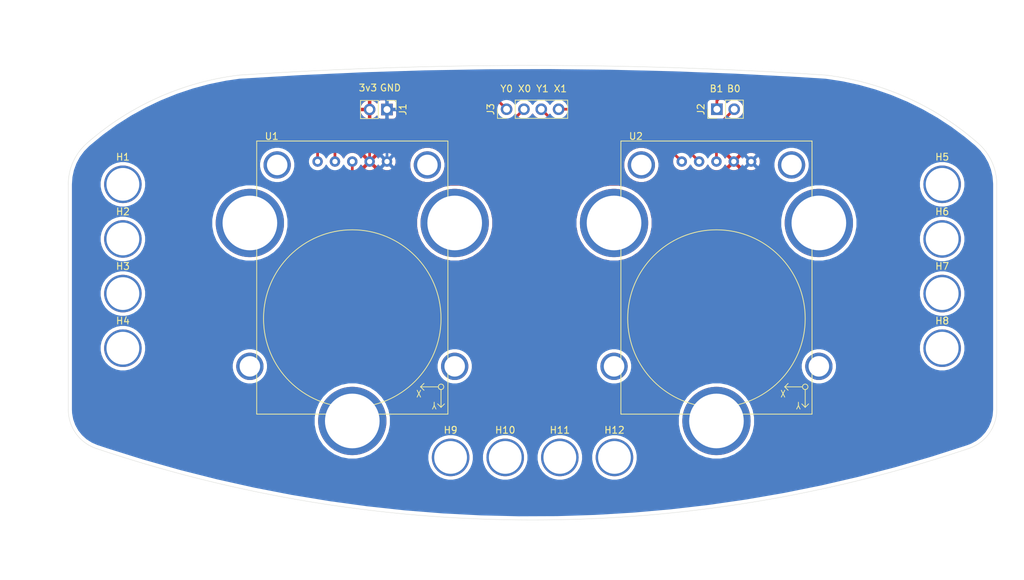
<source format=kicad_pcb>
(kicad_pcb (version 20171130) (host pcbnew 5.1.5+dfsg1-2build2)

  (general
    (thickness 1.6)
    (drawings 18)
    (tracks 35)
    (zones 0)
    (modules 17)
    (nets 9)
  )

  (page A4)
  (layers
    (0 F.Cu signal)
    (31 B.Cu signal)
    (32 B.Adhes user)
    (33 F.Adhes user)
    (34 B.Paste user)
    (35 F.Paste user)
    (36 B.SilkS user)
    (37 F.SilkS user)
    (38 B.Mask user)
    (39 F.Mask user)
    (40 Dwgs.User user)
    (41 Cmts.User user)
    (42 Eco1.User user)
    (43 Eco2.User user)
    (44 Edge.Cuts user)
    (45 Margin user)
    (46 B.CrtYd user)
    (47 F.CrtYd user)
    (48 B.Fab user)
    (49 F.Fab user)
  )

  (setup
    (last_trace_width 0.25)
    (user_trace_width 0.4)
    (trace_clearance 0.2)
    (zone_clearance 0.508)
    (zone_45_only no)
    (trace_min 0.2)
    (via_size 0.8)
    (via_drill 0.4)
    (via_min_size 0.4)
    (via_min_drill 0.3)
    (uvia_size 0.3)
    (uvia_drill 0.1)
    (uvias_allowed no)
    (uvia_min_size 0.2)
    (uvia_min_drill 0.1)
    (edge_width 0.05)
    (segment_width 0.2)
    (pcb_text_width 0.3)
    (pcb_text_size 1.5 1.5)
    (mod_edge_width 0.12)
    (mod_text_size 1 1)
    (mod_text_width 0.15)
    (pad_size 5.5 5.5)
    (pad_drill 4.8)
    (pad_to_mask_clearance 0.051)
    (solder_mask_min_width 0.25)
    (aux_axis_origin 0 0)
    (visible_elements FFFFFF7F)
    (pcbplotparams
      (layerselection 0x010fc_ffffffff)
      (usegerberextensions true)
      (usegerberattributes false)
      (usegerberadvancedattributes false)
      (creategerberjobfile false)
      (excludeedgelayer true)
      (linewidth 0.100000)
      (plotframeref false)
      (viasonmask false)
      (mode 1)
      (useauxorigin false)
      (hpglpennumber 1)
      (hpglpenspeed 20)
      (hpglpendiameter 15.000000)
      (psnegative false)
      (psa4output false)
      (plotreference true)
      (plotvalue true)
      (plotinvisibletext false)
      (padsonsilk false)
      (subtractmaskfromsilk false)
      (outputformat 1)
      (mirror false)
      (drillshape 0)
      (scaleselection 1)
      (outputdirectory "gerber/"))
  )

  (net 0 "")
  (net 1 Y0)
  (net 2 X0)
  (net 3 3v3)
  (net 4 Button0)
  (net 5 GND)
  (net 6 Y1)
  (net 7 X1)
  (net 8 Button1)

  (net_class Default "This is the default net class."
    (clearance 0.2)
    (trace_width 0.25)
    (via_dia 0.8)
    (via_drill 0.4)
    (uvia_dia 0.3)
    (uvia_drill 0.1)
    (add_net 3v3)
    (add_net Button0)
    (add_net Button1)
    (add_net GND)
    (add_net X0)
    (add_net X1)
    (add_net Y0)
    (add_net Y1)
  )

  (module Connector_PinHeader_2.54mm:PinHeader_1x02_P2.54mm_Vertical (layer F.Cu) (tedit 59FED5CC) (tstamp 61808A96)
    (at 155 66 90)
    (descr "Through hole straight pin header, 1x02, 2.54mm pitch, single row")
    (tags "Through hole pin header THT 1x02 2.54mm single row")
    (path /61839BD7)
    (fp_text reference J2 (at 0 -2.33 90) (layer F.SilkS)
      (effects (font (size 1 1) (thickness 0.15)))
    )
    (fp_text value Conn_01x02 (at 0 4.87 90) (layer F.Fab)
      (effects (font (size 1 1) (thickness 0.15)))
    )
    (fp_text user %R (at 0 1.27) (layer F.Fab)
      (effects (font (size 1 1) (thickness 0.15)))
    )
    (fp_line (start 1.8 -1.8) (end -1.8 -1.8) (layer F.CrtYd) (width 0.05))
    (fp_line (start 1.8 4.35) (end 1.8 -1.8) (layer F.CrtYd) (width 0.05))
    (fp_line (start -1.8 4.35) (end 1.8 4.35) (layer F.CrtYd) (width 0.05))
    (fp_line (start -1.8 -1.8) (end -1.8 4.35) (layer F.CrtYd) (width 0.05))
    (fp_line (start -1.33 -1.33) (end 0 -1.33) (layer F.SilkS) (width 0.12))
    (fp_line (start -1.33 0) (end -1.33 -1.33) (layer F.SilkS) (width 0.12))
    (fp_line (start -1.33 1.27) (end 1.33 1.27) (layer F.SilkS) (width 0.12))
    (fp_line (start 1.33 1.27) (end 1.33 3.87) (layer F.SilkS) (width 0.12))
    (fp_line (start -1.33 1.27) (end -1.33 3.87) (layer F.SilkS) (width 0.12))
    (fp_line (start -1.33 3.87) (end 1.33 3.87) (layer F.SilkS) (width 0.12))
    (fp_line (start -1.27 -0.635) (end -0.635 -1.27) (layer F.Fab) (width 0.1))
    (fp_line (start -1.27 3.81) (end -1.27 -0.635) (layer F.Fab) (width 0.1))
    (fp_line (start 1.27 3.81) (end -1.27 3.81) (layer F.Fab) (width 0.1))
    (fp_line (start 1.27 -1.27) (end 1.27 3.81) (layer F.Fab) (width 0.1))
    (fp_line (start -0.635 -1.27) (end 1.27 -1.27) (layer F.Fab) (width 0.1))
    (pad 2 thru_hole oval (at 0 2.54 90) (size 1.7 1.7) (drill 1) (layers *.Cu *.Mask)
      (net 8 Button1))
    (pad 1 thru_hole rect (at 0 0 90) (size 1.7 1.7) (drill 1) (layers *.Cu *.Mask)
      (net 4 Button0))
    (model ${KISYS3DMOD}/Connector_PinHeader_2.54mm.3dshapes/PinHeader_1x02_P2.54mm_Vertical.wrl
      (at (xyz 0 0 0))
      (scale (xyz 1 1 1))
      (rotate (xyz 0 0 0))
    )
  )

  (module joystick-board:joystick (layer F.Cu) (tedit 61800156) (tstamp 6180837E)
    (at 154.94 73.66)
    (path /61814405)
    (fp_text reference U2 (at -11.8 -3.7) (layer F.SilkS)
      (effects (font (size 1 1) (thickness 0.15)))
    )
    (fp_text value joystick (at 14 12 180) (layer F.Fab)
      (effects (font (size 1 1) (thickness 0.15)))
    )
    (fp_line (start -14 -3) (end 14 -3) (layer F.SilkS) (width 0.12))
    (fp_line (start 14 -3) (end 14 37) (layer F.SilkS) (width 0.12))
    (fp_line (start 14 37) (end -14 37) (layer F.SilkS) (width 0.12))
    (fp_line (start -14 37) (end -14 -3) (layer F.SilkS) (width 0.12))
    (fp_circle (center 0 23) (end 13 23) (layer F.SilkS) (width 0.12))
    (fp_circle (center 13 33) (end 13.4 33) (layer F.SilkS) (width 0.12))
    (fp_line (start 13 33.4) (end 13 36) (layer F.SilkS) (width 0.12))
    (fp_line (start 12.5 35.5) (end 13 36) (layer F.SilkS) (width 0.12))
    (fp_line (start 13 36) (end 13.5 35.5) (layer F.SilkS) (width 0.12))
    (fp_line (start 10 33) (end 10.5 32.5) (layer F.SilkS) (width 0.12))
    (fp_line (start 10 33) (end 10.5 33.5) (layer F.SilkS) (width 0.12))
    (fp_line (start 9.5 33.5) (end 10 34.5) (layer F.SilkS) (width 0.12))
    (fp_line (start 10 33.5) (end 9.5 34.5) (layer F.SilkS) (width 0.12))
    (fp_line (start 12.25 36.25) (end 12 35.75) (layer F.SilkS) (width 0.12))
    (fp_line (start 12 35.75) (end 11.75 36.25) (layer F.SilkS) (width 0.12))
    (fp_line (start 12 35.75) (end 12 35.25) (layer F.SilkS) (width 0.12))
    (fp_line (start 10 33) (end 12.5 33) (layer F.SilkS) (width 0.12))
    (pad "" np_thru_hole circle (at -15 30) (size 4 4) (drill 3) (layers *.Cu *.Mask))
    (pad "" np_thru_hole circle (at 15 30) (size 4 4) (drill 3) (layers *.Cu *.Mask))
    (pad "" np_thru_hole circle (at 0 38) (size 10 10) (drill 8) (layers *.Cu *.Mask))
    (pad 4 thru_hole circle (at 5.08 0) (size 1.524 1.524) (drill 0.762) (layers *.Cu *.Mask)
      (net 5 GND))
    (pad 2 thru_hole circle (at 0 0) (size 1.524 1.524) (drill 0.762) (layers *.Cu *.Mask)
      (net 8 Button1))
    (pad 3 thru_hole circle (at 2.54 0) (size 1.524 1.524) (drill 0.762) (layers *.Cu *.Mask)
      (net 3 3v3))
    (pad 1 thru_hole circle (at -2.54 0) (size 1.524 1.524) (drill 0.762) (layers *.Cu *.Mask)
      (net 7 X1))
    (pad 0 thru_hole circle (at -5.08 0) (size 1.524 1.524) (drill 0.762) (layers *.Cu *.Mask)
      (net 6 Y1))
    (pad "" np_thru_hole circle (at 11 0.5) (size 4 4) (drill 3) (layers *.Cu *.Mask))
    (pad "" np_thru_hole circle (at -11 0.5) (size 4 4) (drill 3) (layers *.Cu *.Mask))
    (pad "" np_thru_hole circle (at 15 9) (size 10 10) (drill 8) (layers *.Cu *.Mask))
    (pad "" np_thru_hole circle (at -15 9) (size 10 10) (drill 8) (layers *.Cu *.Mask))
  )

  (module joystick-board:joystick (layer F.Cu) (tedit 61800156) (tstamp 618083ED)
    (at 101.6 73.66)
    (path /61811125)
    (fp_text reference U1 (at -11.8 -3.7) (layer F.SilkS)
      (effects (font (size 1 1) (thickness 0.15)))
    )
    (fp_text value joystick (at 14 12 180) (layer F.Fab)
      (effects (font (size 1 1) (thickness 0.15)))
    )
    (fp_line (start 10 33) (end 12.5 33) (layer F.SilkS) (width 0.12))
    (fp_line (start 12 35.75) (end 12 35.25) (layer F.SilkS) (width 0.12))
    (fp_line (start 12 35.75) (end 11.75 36.25) (layer F.SilkS) (width 0.12))
    (fp_line (start 12.25 36.25) (end 12 35.75) (layer F.SilkS) (width 0.12))
    (fp_line (start 10 33.5) (end 9.5 34.5) (layer F.SilkS) (width 0.12))
    (fp_line (start 9.5 33.5) (end 10 34.5) (layer F.SilkS) (width 0.12))
    (fp_line (start 10 33) (end 10.5 33.5) (layer F.SilkS) (width 0.12))
    (fp_line (start 10 33) (end 10.5 32.5) (layer F.SilkS) (width 0.12))
    (fp_line (start 13 36) (end 13.5 35.5) (layer F.SilkS) (width 0.12))
    (fp_line (start 12.5 35.5) (end 13 36) (layer F.SilkS) (width 0.12))
    (fp_line (start 13 33.4) (end 13 36) (layer F.SilkS) (width 0.12))
    (fp_circle (center 13 33) (end 13.4 33) (layer F.SilkS) (width 0.12))
    (fp_circle (center 0 23) (end 13 23) (layer F.SilkS) (width 0.12))
    (fp_line (start -14 37) (end -14 -3) (layer F.SilkS) (width 0.12))
    (fp_line (start 14 37) (end -14 37) (layer F.SilkS) (width 0.12))
    (fp_line (start 14 -3) (end 14 37) (layer F.SilkS) (width 0.12))
    (fp_line (start -14 -3) (end 14 -3) (layer F.SilkS) (width 0.12))
    (pad "" np_thru_hole circle (at -15 9) (size 10 10) (drill 8) (layers *.Cu *.Mask))
    (pad "" np_thru_hole circle (at 15 9) (size 10 10) (drill 8) (layers *.Cu *.Mask))
    (pad "" np_thru_hole circle (at -11 0.5) (size 4 4) (drill 3) (layers *.Cu *.Mask))
    (pad "" np_thru_hole circle (at 11 0.5) (size 4 4) (drill 3) (layers *.Cu *.Mask))
    (pad 0 thru_hole circle (at -5.08 0) (size 1.524 1.524) (drill 0.762) (layers *.Cu *.Mask)
      (net 1 Y0))
    (pad 1 thru_hole circle (at -2.54 0) (size 1.524 1.524) (drill 0.762) (layers *.Cu *.Mask)
      (net 2 X0))
    (pad 3 thru_hole circle (at 2.54 0) (size 1.524 1.524) (drill 0.762) (layers *.Cu *.Mask)
      (net 3 3v3))
    (pad 2 thru_hole circle (at 0 0) (size 1.524 1.524) (drill 0.762) (layers *.Cu *.Mask)
      (net 4 Button0))
    (pad 4 thru_hole circle (at 5.08 0) (size 1.524 1.524) (drill 0.762) (layers *.Cu *.Mask)
      (net 5 GND))
    (pad "" np_thru_hole circle (at 0 38) (size 10 10) (drill 8) (layers *.Cu *.Mask))
    (pad "" np_thru_hole circle (at 15 30) (size 4 4) (drill 3) (layers *.Cu *.Mask))
    (pad "" np_thru_hole circle (at -15 30) (size 4 4) (drill 3) (layers *.Cu *.Mask))
  )

  (module MountingHole:MountingHole_4mm (layer F.Cu) (tedit 617FFA3D) (tstamp 6180847F)
    (at 140 117)
    (descr "Mounting Hole 4mm, no annular")
    (tags "mounting hole 4mm no annular")
    (path /61831FD9)
    (attr virtual)
    (fp_text reference H12 (at 0 -4) (layer F.SilkS)
      (effects (font (size 1 1) (thickness 0.15)))
    )
    (fp_text value MountingHole (at 0 5) (layer F.Fab)
      (effects (font (size 1 1) (thickness 0.15)))
    )
    (fp_circle (center 0 0) (end 4.25 0) (layer F.CrtYd) (width 0.05))
    (fp_circle (center 0 0) (end 4 0) (layer Cmts.User) (width 0.15))
    (fp_text user %R (at 0.3 0) (layer F.Fab)
      (effects (font (size 1 1) (thickness 0.15)))
    )
    (pad "" np_thru_hole circle (at 0 0) (size 5.5 5.5) (drill 4.8) (layers *.Cu *.Mask))
  )

  (module MountingHole:MountingHole_4mm (layer F.Cu) (tedit 617FFA32) (tstamp 61808323)
    (at 132 117)
    (descr "Mounting Hole 4mm, no annular")
    (tags "mounting hole 4mm no annular")
    (path /61831FCF)
    (attr virtual)
    (fp_text reference H11 (at 0 -4) (layer F.SilkS)
      (effects (font (size 1 1) (thickness 0.15)))
    )
    (fp_text value MountingHole (at 0 5) (layer F.Fab)
      (effects (font (size 1 1) (thickness 0.15)))
    )
    (fp_circle (center 0 0) (end 4.25 0) (layer F.CrtYd) (width 0.05))
    (fp_circle (center 0 0) (end 4 0) (layer Cmts.User) (width 0.15))
    (fp_text user %R (at 0.3 0) (layer F.Fab)
      (effects (font (size 1 1) (thickness 0.15)))
    )
    (pad "" np_thru_hole circle (at 0 0) (size 5.5 5.5) (drill 4.8) (layers *.Cu *.Mask))
  )

  (module MountingHole:MountingHole_4mm (layer F.Cu) (tedit 617FFA28) (tstamp 6180833B)
    (at 124 117)
    (descr "Mounting Hole 4mm, no annular")
    (tags "mounting hole 4mm no annular")
    (path /61831FC5)
    (attr virtual)
    (fp_text reference H10 (at 0 -4) (layer F.SilkS)
      (effects (font (size 1 1) (thickness 0.15)))
    )
    (fp_text value MountingHole (at 0 5) (layer F.Fab)
      (effects (font (size 1 1) (thickness 0.15)))
    )
    (fp_circle (center 0 0) (end 4.25 0) (layer F.CrtYd) (width 0.05))
    (fp_circle (center 0 0) (end 4 0) (layer Cmts.User) (width 0.15))
    (fp_text user %R (at 0.3 0) (layer F.Fab)
      (effects (font (size 1 1) (thickness 0.15)))
    )
    (pad "" np_thru_hole circle (at 0 0) (size 5.5 5.5) (drill 4.8) (layers *.Cu *.Mask))
  )

  (module MountingHole:MountingHole_4mm (layer F.Cu) (tedit 617FFA1B) (tstamp 618083BF)
    (at 116 117)
    (descr "Mounting Hole 4mm, no annular")
    (tags "mounting hole 4mm no annular")
    (path /61831FBB)
    (attr virtual)
    (fp_text reference H9 (at 0 -4) (layer F.SilkS)
      (effects (font (size 1 1) (thickness 0.15)))
    )
    (fp_text value MountingHole (at 0 5) (layer F.Fab)
      (effects (font (size 1 1) (thickness 0.15)))
    )
    (fp_circle (center 0 0) (end 4.25 0) (layer F.CrtYd) (width 0.05))
    (fp_circle (center 0 0) (end 4 0) (layer Cmts.User) (width 0.15))
    (fp_text user %R (at 0.3 0) (layer F.Fab)
      (effects (font (size 1 1) (thickness 0.15)))
    )
    (pad "" np_thru_hole circle (at 0 0) (size 5.5 5.5) (drill 4.8) (layers *.Cu *.Mask))
  )

  (module MountingHole:MountingHole_4mm (layer F.Cu) (tedit 617FF90C) (tstamp 61806C9D)
    (at 188 101)
    (descr "Mounting Hole 4mm, no annular")
    (tags "mounting hole 4mm no annular")
    (path /6182AC38)
    (attr virtual)
    (fp_text reference H8 (at 0 -4) (layer F.SilkS)
      (effects (font (size 1 1) (thickness 0.15)))
    )
    (fp_text value MountingHole (at 0 5) (layer F.Fab)
      (effects (font (size 1 1) (thickness 0.15)))
    )
    (fp_circle (center 0 0) (end 4.25 0) (layer F.CrtYd) (width 0.05))
    (fp_circle (center 0 0) (end 4 0) (layer Cmts.User) (width 0.15))
    (fp_text user %R (at 0.3 0) (layer F.Fab)
      (effects (font (size 1 1) (thickness 0.15)))
    )
    (pad "" np_thru_hole circle (at 0 0) (size 5.5 5.5) (drill 4.8) (layers *.Cu *.Mask))
  )

  (module MountingHole:MountingHole_4mm (layer F.Cu) (tedit 617FF8CC) (tstamp 61806C95)
    (at 188 93)
    (descr "Mounting Hole 4mm, no annular")
    (tags "mounting hole 4mm no annular")
    (path /6182A4F8)
    (attr virtual)
    (fp_text reference H7 (at 0 -4) (layer F.SilkS)
      (effects (font (size 1 1) (thickness 0.15)))
    )
    (fp_text value MountingHole (at 0 5) (layer F.Fab)
      (effects (font (size 1 1) (thickness 0.15)))
    )
    (fp_circle (center 0 0) (end 4.25 0) (layer F.CrtYd) (width 0.05))
    (fp_circle (center 0 0) (end 4 0) (layer Cmts.User) (width 0.15))
    (fp_text user %R (at 0.3 0) (layer F.Fab)
      (effects (font (size 1 1) (thickness 0.15)))
    )
    (pad "" np_thru_hole circle (at 0 0) (size 5.5 5.5) (drill 4.8) (layers *.Cu *.Mask))
  )

  (module MountingHole:MountingHole_4mm (layer F.Cu) (tedit 617FF900) (tstamp 61806C8D)
    (at 188 85)
    (descr "Mounting Hole 4mm, no annular")
    (tags "mounting hole 4mm no annular")
    (path /6182AC2E)
    (attr virtual)
    (fp_text reference H6 (at 0 -4) (layer F.SilkS)
      (effects (font (size 1 1) (thickness 0.15)))
    )
    (fp_text value MountingHole (at 0 5) (layer F.Fab)
      (effects (font (size 1 1) (thickness 0.15)))
    )
    (fp_circle (center 0 0) (end 4.25 0) (layer F.CrtYd) (width 0.05))
    (fp_circle (center 0 0) (end 4 0) (layer Cmts.User) (width 0.15))
    (fp_text user %R (at 0.3 0) (layer F.Fab)
      (effects (font (size 1 1) (thickness 0.15)))
    )
    (pad "" np_thru_hole circle (at 0 0) (size 5.5 5.5) (drill 4.8) (layers *.Cu *.Mask))
  )

  (module MountingHole:MountingHole_4mm (layer F.Cu) (tedit 617FF8C0) (tstamp 61807329)
    (at 188 77)
    (descr "Mounting Hole 4mm, no annular")
    (tags "mounting hole 4mm no annular")
    (path /6182A338)
    (attr virtual)
    (fp_text reference H5 (at 0 -4) (layer F.SilkS)
      (effects (font (size 1 1) (thickness 0.15)))
    )
    (fp_text value MountingHole (at 0 5) (layer F.Fab)
      (effects (font (size 1 1) (thickness 0.15)))
    )
    (fp_circle (center 0 0) (end 4.25 0) (layer F.CrtYd) (width 0.05))
    (fp_circle (center 0 0) (end 4 0) (layer Cmts.User) (width 0.15))
    (fp_text user %R (at 0.3 0) (layer F.Fab)
      (effects (font (size 1 1) (thickness 0.15)))
    )
    (pad "" np_thru_hole circle (at 0 0) (size 5.5 5.5) (drill 4.8) (layers *.Cu *.Mask))
  )

  (module MountingHole:MountingHole_4mm (layer F.Cu) (tedit 617FF8F5) (tstamp 61806C7D)
    (at 68 101)
    (descr "Mounting Hole 4mm, no annular")
    (tags "mounting hole 4mm no annular")
    (path /6182AC24)
    (attr virtual)
    (fp_text reference H4 (at 0 -4) (layer F.SilkS)
      (effects (font (size 1 1) (thickness 0.15)))
    )
    (fp_text value MountingHole (at 0 5) (layer F.Fab)
      (effects (font (size 1 1) (thickness 0.15)))
    )
    (fp_circle (center 0 0) (end 4.25 0) (layer F.CrtYd) (width 0.05))
    (fp_circle (center 0 0) (end 4 0) (layer Cmts.User) (width 0.15))
    (fp_text user %R (at 0.3 0) (layer F.Fab)
      (effects (font (size 1 1) (thickness 0.15)))
    )
    (pad "" np_thru_hole circle (at 0 0) (size 5.5 5.5) (drill 4.8) (layers *.Cu *.Mask))
  )

  (module MountingHole:MountingHole_4mm (layer F.Cu) (tedit 617FF89C) (tstamp 61806C75)
    (at 68 93)
    (descr "Mounting Hole 4mm, no annular")
    (tags "mounting hole 4mm no annular")
    (path /6182A1AE)
    (attr virtual)
    (fp_text reference H3 (at 0 -4) (layer F.SilkS)
      (effects (font (size 1 1) (thickness 0.15)))
    )
    (fp_text value MountingHole (at 0 5) (layer F.Fab)
      (effects (font (size 1 1) (thickness 0.15)))
    )
    (fp_circle (center 0 0) (end 4.25 0) (layer F.CrtYd) (width 0.05))
    (fp_circle (center 0 0) (end 4 0) (layer Cmts.User) (width 0.15))
    (fp_text user %R (at 0.3 0) (layer F.Fab)
      (effects (font (size 1 1) (thickness 0.15)))
    )
    (pad "" np_thru_hole circle (at 0 0) (size 5.5 5.5) (drill 4.8) (layers *.Cu *.Mask))
  )

  (module MountingHole:MountingHole_4mm (layer F.Cu) (tedit 617FF8E1) (tstamp 61806C6D)
    (at 68 85)
    (descr "Mounting Hole 4mm, no annular")
    (tags "mounting hole 4mm no annular")
    (path /6182AC1A)
    (attr virtual)
    (fp_text reference H2 (at 0 -4) (layer F.SilkS)
      (effects (font (size 1 1) (thickness 0.15)))
    )
    (fp_text value MountingHole (at 0 5) (layer F.Fab)
      (effects (font (size 1 1) (thickness 0.15)))
    )
    (fp_circle (center 0 0) (end 4.25 0) (layer F.CrtYd) (width 0.05))
    (fp_circle (center 0 0) (end 4 0) (layer Cmts.User) (width 0.15))
    (fp_text user %R (at 0.3 0) (layer F.Fab)
      (effects (font (size 1 1) (thickness 0.15)))
    )
    (pad "" np_thru_hole circle (at 0 0) (size 5.5 5.5) (drill 4.8) (layers *.Cu *.Mask))
  )

  (module MountingHole:MountingHole_4mm (layer F.Cu) (tedit 617FF8AC) (tstamp 61806C65)
    (at 68 77)
    (descr "Mounting Hole 4mm, no annular")
    (tags "mounting hole 4mm no annular")
    (path /6182A02C)
    (attr virtual)
    (fp_text reference H1 (at 0 -4) (layer F.SilkS)
      (effects (font (size 1 1) (thickness 0.15)))
    )
    (fp_text value MountingHole (at 0 5) (layer F.Fab)
      (effects (font (size 1 1) (thickness 0.15)))
    )
    (fp_circle (center 0 0) (end 4.25 0) (layer F.CrtYd) (width 0.05))
    (fp_circle (center 0 0) (end 4 0) (layer Cmts.User) (width 0.15))
    (fp_text user %R (at 0.3 0) (layer F.Fab)
      (effects (font (size 1 1) (thickness 0.15)))
    )
    (pad "" np_thru_hole circle (at 0 0) (size 5.5 5.5) (drill 4.8) (layers *.Cu *.Mask))
  )

  (module Connector_PinHeader_2.54mm:PinHeader_1x04_P2.54mm_Vertical (layer F.Cu) (tedit 617FF5F0) (tstamp 6180844A)
    (at 124.2 66 90)
    (descr "Through hole straight pin header, 1x04, 2.54mm pitch, single row")
    (tags "Through hole pin header THT 1x04 2.54mm single row")
    (path /6181D10D)
    (fp_text reference J3 (at 0 -2.33 90) (layer F.SilkS)
      (effects (font (size 1 1) (thickness 0.15)))
    )
    (fp_text value Conn_01x04 (at 0 9.95 90) (layer F.Fab)
      (effects (font (size 1 1) (thickness 0.15)))
    )
    (fp_text user %R (at 0 3.81) (layer F.Fab)
      (effects (font (size 1 1) (thickness 0.15)))
    )
    (fp_line (start 1.8 -1.8) (end -1.8 -1.8) (layer F.CrtYd) (width 0.05))
    (fp_line (start 1.8 9.4) (end 1.8 -1.8) (layer F.CrtYd) (width 0.05))
    (fp_line (start -1.8 9.4) (end 1.8 9.4) (layer F.CrtYd) (width 0.05))
    (fp_line (start -1.8 -1.8) (end -1.8 9.4) (layer F.CrtYd) (width 0.05))
    (fp_line (start -1.33 -1.33) (end 0 -1.33) (layer F.SilkS) (width 0.12))
    (fp_line (start -1.33 0) (end -1.33 -1.33) (layer F.SilkS) (width 0.12))
    (fp_line (start -1.33 1.27) (end 1.33 1.27) (layer F.SilkS) (width 0.12))
    (fp_line (start 1.33 1.27) (end 1.33 8.95) (layer F.SilkS) (width 0.12))
    (fp_line (start -1.33 1.27) (end -1.33 8.95) (layer F.SilkS) (width 0.12))
    (fp_line (start -1.33 8.95) (end 1.33 8.95) (layer F.SilkS) (width 0.12))
    (fp_line (start -1.27 -0.635) (end -0.635 -1.27) (layer F.Fab) (width 0.1))
    (fp_line (start -1.27 8.89) (end -1.27 -0.635) (layer F.Fab) (width 0.1))
    (fp_line (start 1.27 8.89) (end -1.27 8.89) (layer F.Fab) (width 0.1))
    (fp_line (start 1.27 -1.27) (end 1.27 8.89) (layer F.Fab) (width 0.1))
    (fp_line (start -0.635 -1.27) (end 1.27 -1.27) (layer F.Fab) (width 0.1))
    (pad 4 thru_hole oval (at 0 7.62 90) (size 1.7 1.7) (drill 1) (layers *.Cu *.Mask)
      (net 7 X1))
    (pad 3 thru_hole oval (at 0 5.08 90) (size 1.7 1.7) (drill 1) (layers *.Cu *.Mask)
      (net 6 Y1))
    (pad 2 thru_hole oval (at 0 2.54 90) (size 1.7 1.7) (drill 1) (layers *.Cu *.Mask)
      (net 2 X0))
    (pad 1 thru_hole custom (at 0 0 90) (size 1.7 1.7) (drill 1) (layers *.Cu *.Mask)
      (net 1 Y0) (zone_connect 0)
      (options (clearance outline) (anchor circle))
      (primitives
      ))
    (model ${KISYS3DMOD}/Connector_PinHeader_2.54mm.3dshapes/PinHeader_1x04_P2.54mm_Vertical.wrl
      (at (xyz 0 0 0))
      (scale (xyz 1 1 1))
      (rotate (xyz 0 0 0))
    )
  )

  (module Connector_PinHeader_2.54mm:PinHeader_1x02_P2.54mm_Vertical (layer F.Cu) (tedit 59FED5CC) (tstamp 618082F2)
    (at 106.68 66.04 270)
    (descr "Through hole straight pin header, 1x02, 2.54mm pitch, single row")
    (tags "Through hole pin header THT 1x02 2.54mm single row")
    (path /61819E13)
    (fp_text reference J1 (at 0 -2.33 90) (layer F.SilkS)
      (effects (font (size 1 1) (thickness 0.15)))
    )
    (fp_text value Conn_01x02 (at 0 4.87 90) (layer F.Fab)
      (effects (font (size 1 1) (thickness 0.15)))
    )
    (fp_line (start -0.635 -1.27) (end 1.27 -1.27) (layer F.Fab) (width 0.1))
    (fp_line (start 1.27 -1.27) (end 1.27 3.81) (layer F.Fab) (width 0.1))
    (fp_line (start 1.27 3.81) (end -1.27 3.81) (layer F.Fab) (width 0.1))
    (fp_line (start -1.27 3.81) (end -1.27 -0.635) (layer F.Fab) (width 0.1))
    (fp_line (start -1.27 -0.635) (end -0.635 -1.27) (layer F.Fab) (width 0.1))
    (fp_line (start -1.33 3.87) (end 1.33 3.87) (layer F.SilkS) (width 0.12))
    (fp_line (start -1.33 1.27) (end -1.33 3.87) (layer F.SilkS) (width 0.12))
    (fp_line (start 1.33 1.27) (end 1.33 3.87) (layer F.SilkS) (width 0.12))
    (fp_line (start -1.33 1.27) (end 1.33 1.27) (layer F.SilkS) (width 0.12))
    (fp_line (start -1.33 0) (end -1.33 -1.33) (layer F.SilkS) (width 0.12))
    (fp_line (start -1.33 -1.33) (end 0 -1.33) (layer F.SilkS) (width 0.12))
    (fp_line (start -1.8 -1.8) (end -1.8 4.35) (layer F.CrtYd) (width 0.05))
    (fp_line (start -1.8 4.35) (end 1.8 4.35) (layer F.CrtYd) (width 0.05))
    (fp_line (start 1.8 4.35) (end 1.8 -1.8) (layer F.CrtYd) (width 0.05))
    (fp_line (start 1.8 -1.8) (end -1.8 -1.8) (layer F.CrtYd) (width 0.05))
    (fp_text user %R (at 0 1.27) (layer F.Fab)
      (effects (font (size 1 1) (thickness 0.15)))
    )
    (pad 1 thru_hole rect (at 0 0 270) (size 1.7 1.7) (drill 1) (layers *.Cu *.Mask)
      (net 5 GND))
    (pad 2 thru_hole oval (at 0 2.54 270) (size 1.7 1.7) (drill 1) (layers *.Cu *.Mask)
      (net 3 3v3))
    (model ${KISYS3DMOD}/Connector_PinHeader_2.54mm.3dshapes/PinHeader_1x02_P2.54mm_Vertical.wrl
      (at (xyz 0 0 0))
      (scale (xyz 1 1 1))
      (rotate (xyz 0 0 0))
    )
  )

  (gr_text B0 (at 157.48 62.992) (layer F.SilkS) (tstamp 61809102)
    (effects (font (size 1 1) (thickness 0.15)))
  )
  (gr_text B1 (at 154.94 62.992) (layer F.SilkS) (tstamp 618090FF)
    (effects (font (size 1 1) (thickness 0.15)))
  )
  (gr_text X1 (at 132.08 62.992) (layer F.SilkS) (tstamp 61808EF8)
    (effects (font (size 1 1) (thickness 0.15)))
  )
  (gr_text Y1 (at 129.455332 62.992) (layer F.SilkS) (tstamp 61808EF2)
    (effects (font (size 1 1) (thickness 0.15)))
  )
  (gr_text X0 (at 126.830666 62.992) (layer F.SilkS) (tstamp 61808EE6)
    (effects (font (size 1 1) (thickness 0.15)))
  )
  (gr_text Y0 (at 124.206 62.992) (layer F.SilkS) (tstamp 61808EE3)
    (effects (font (size 1 1) (thickness 0.15)))
  )
  (gr_text 3v3 (at 103.886 62.865) (layer F.SilkS)
    (effects (font (size 1 1) (thickness 0.15)))
  )
  (gr_text GND (at 107.188 62.865) (layer F.SilkS)
    (effects (font (size 1 1) (thickness 0.15)))
  )
  (gr_arc (start 128 711) (end 170.999678 61.002631) (angle -7.569616997) (layer Edge.Cuts) (width 0.05))
  (gr_arc (start 128 -74) (end 64.102633 115.6921) (angle -37.23197032) (layer Edge.Cuts) (width 0.05))
  (gr_arc (start 68 77) (end 60 77) (angle 49.39870535) (layer Edge.Cuts) (width 0.05) (tstamp 61807FF4))
  (gr_arc (start 90 102) (end 62.79367 70.925948) (angle 34.25023029) (layer Edge.Cuts) (width 0.05) (tstamp 61807FF3))
  (gr_arc (start 166 102) (end 193.20633 70.925948) (angle -34.25023029) (layer Edge.Cuts) (width 0.05))
  (gr_arc (start 188 77) (end 196 77) (angle -49.39870535) (layer Edge.Cuts) (width 0.05))
  (gr_arc (start 190 110) (end 196 110) (angle 71.56505118) (layer Edge.Cuts) (width 0.05) (tstamp 61807FBC))
  (gr_arc (start 66 110) (end 60 110) (angle -71.56505118) (layer Edge.Cuts) (width 0.05))
  (gr_line (start 196 110) (end 196 77) (layer Edge.Cuts) (width 0.05) (tstamp 61807FB2))
  (gr_line (start 60 77) (end 60 110) (layer Edge.Cuts) (width 0.05))

  (segment (start 120.2 62) (end 124.2 66) (width 0.4) (layer F.Cu) (net 1))
  (segment (start 100.076 61.976) (end 120.2 62) (width 0.4) (layer F.Cu) (net 1))
  (segment (start 96.52 65.532) (end 100.076 61.976) (width 0.4) (layer F.Cu) (net 1))
  (segment (start 96.52 73.66) (end 96.52 65.532) (width 0.4) (layer F.Cu) (net 1))
  (segment (start 99.06 65.532) (end 99.06 73.66) (width 0.4) (layer F.Cu) (net 2))
  (segment (start 101.6 63) (end 99.06 65.532) (width 0.4) (layer F.Cu) (net 2))
  (segment (start 118 63) (end 101.6 63) (width 0.4) (layer F.Cu) (net 2))
  (segment (start 123 68) (end 118 63) (width 0.4) (layer F.Cu) (net 2))
  (segment (start 124.74 68) (end 123 68) (width 0.4) (layer F.Cu) (net 2))
  (segment (start 126.74 66) (end 124.74 68) (width 0.4) (layer F.Cu) (net 2))
  (segment (start 104.14 66.04) (end 104.14 73.66) (width 0.4) (layer F.Cu) (net 3) (tstamp 6180842B))
  (segment (start 157.48 73.66) (end 154.14 77) (width 0.4) (layer F.Cu) (net 3) (tstamp 6180842E))
  (segment (start 107.48 77) (end 104.14 73.66) (width 0.4) (layer F.Cu) (net 3) (tstamp 61808428))
  (segment (start 154.14 77) (end 107.48 77) (width 0.4) (layer F.Cu) (net 3) (tstamp 6180834A))
  (segment (start 101.6 73.66) (end 101.6 78.994) (width 0.4) (layer F.Cu) (net 4))
  (segment (start 101.6 78.994) (end 112.014 89.408) (width 0.4) (layer F.Cu) (net 4))
  (segment (start 112.014 89.408) (end 149.86 89.408) (width 0.4) (layer F.Cu) (net 4))
  (segment (start 149.86 89.408) (end 162.56 76.708) (width 0.4) (layer F.Cu) (net 4))
  (segment (start 162.56 76.708) (end 162.56 65.786) (width 0.4) (layer F.Cu) (net 4))
  (segment (start 162.56 65.786) (end 160.02 63.246) (width 0.4) (layer F.Cu) (net 4))
  (segment (start 155 64.75) (end 155 66) (width 0.4) (layer F.Cu) (net 4))
  (segment (start 156.504 63.246) (end 155 64.75) (width 0.4) (layer F.Cu) (net 4))
  (segment (start 160.02 63.246) (end 156.504 63.246) (width 0.4) (layer F.Cu) (net 4))
  (segment (start 106.68 73.66) (end 106.68 66.04) (width 0.4) (layer B.Cu) (net 5) (tstamp 61808356))
  (segment (start 106.68 73.66) (end 109.34 71) (width 0.4) (layer B.Cu) (net 5) (tstamp 6180835F))
  (segment (start 157.36 71) (end 160.02 73.66) (width 0.4) (layer B.Cu) (net 5) (tstamp 618083CE))
  (segment (start 109.34 71) (end 157.36 71) (width 0.4) (layer B.Cu) (net 5) (tstamp 61808350))
  (segment (start 129.28 66) (end 131.28 68) (width 0.4) (layer F.Cu) (net 6) (tstamp 61808332))
  (segment (start 144.2 68) (end 149.86 73.66) (width 0.4) (layer F.Cu) (net 6) (tstamp 61808353))
  (segment (start 131.28 68) (end 144.2 68) (width 0.4) (layer F.Cu) (net 6) (tstamp 6180834D))
  (segment (start 144.74 66) (end 152.4 73.66) (width 0.4) (layer F.Cu) (net 7) (tstamp 61808359))
  (segment (start 131.82 66) (end 144.74 66) (width 0.4) (layer F.Cu) (net 7))
  (segment (start 157.54 66) (end 158 66) (width 0.4) (layer F.Cu) (net 8))
  (segment (start 154.94 68.6) (end 157.54 66) (width 0.4) (layer F.Cu) (net 8))
  (segment (start 154.94 73.66) (end 154.94 68.6) (width 0.4) (layer F.Cu) (net 8))

  (zone (net 3) (net_name 3v3) (layer F.Cu) (tstamp 61809848) (hatch edge 0.508)
    (connect_pads (clearance 0.508))
    (min_thickness 0.254)
    (fill yes (arc_segments 32) (thermal_gap 0.508) (thermal_bridge_width 0.508))
    (polygon
      (pts
        (xy 200 135) (xy 50 135) (xy 50 50) (xy 200 50)
      )
    )
    (filled_polygon
      (pts
        (xy 122.380563 68.561432) (xy 122.406709 68.593291) (xy 122.438568 68.619437) (xy 122.43857 68.619439) (xy 122.533854 68.697636)
        (xy 122.678913 68.775172) (xy 122.836311 68.822918) (xy 123 68.83904) (xy 123.041018 68.835) (xy 124.698982 68.835)
        (xy 124.74 68.83904) (xy 124.781018 68.835) (xy 124.781019 68.835) (xy 124.903689 68.822918) (xy 125.061087 68.775172)
        (xy 125.206146 68.697636) (xy 125.333291 68.593291) (xy 125.359446 68.561421) (xy 126.46206 67.458807) (xy 126.59374 67.485)
        (xy 126.88626 67.485) (xy 127.173158 67.427932) (xy 127.443411 67.31599) (xy 127.686632 67.153475) (xy 127.893475 66.946632)
        (xy 128.01 66.77224) (xy 128.126525 66.946632) (xy 128.333368 67.153475) (xy 128.576589 67.31599) (xy 128.846842 67.427932)
        (xy 129.13374 67.485) (xy 129.42626 67.485) (xy 129.55794 67.458807) (xy 130.660559 68.561427) (xy 130.686709 68.593291)
        (xy 130.78972 68.67783) (xy 130.813854 68.697636) (xy 130.958913 68.775172) (xy 131.116311 68.822918) (xy 131.279999 68.83904)
        (xy 131.321018 68.835) (xy 143.854133 68.835) (xy 148.47603 73.456899) (xy 148.463 73.522408) (xy 148.463 73.797592)
        (xy 148.516686 74.06749) (xy 148.621995 74.321727) (xy 148.77488 74.550535) (xy 148.969465 74.74512) (xy 149.198273 74.898005)
        (xy 149.45251 75.003314) (xy 149.722408 75.057) (xy 149.997592 75.057) (xy 150.26749 75.003314) (xy 150.521727 74.898005)
        (xy 150.750535 74.74512) (xy 150.94512 74.550535) (xy 151.098005 74.321727) (xy 151.13 74.244485) (xy 151.161995 74.321727)
        (xy 151.31488 74.550535) (xy 151.509465 74.74512) (xy 151.738273 74.898005) (xy 151.99251 75.003314) (xy 152.262408 75.057)
        (xy 152.537592 75.057) (xy 152.80749 75.003314) (xy 153.061727 74.898005) (xy 153.290535 74.74512) (xy 153.48512 74.550535)
        (xy 153.638005 74.321727) (xy 153.67 74.244485) (xy 153.701995 74.321727) (xy 153.85488 74.550535) (xy 154.049465 74.74512)
        (xy 154.278273 74.898005) (xy 154.53251 75.003314) (xy 154.802408 75.057) (xy 155.077592 75.057) (xy 155.34749 75.003314)
        (xy 155.601727 74.898005) (xy 155.830535 74.74512) (xy 155.95009 74.625565) (xy 156.69404 74.625565) (xy 156.76102 74.865656)
        (xy 157.010048 74.982756) (xy 157.277135 75.049023) (xy 157.552017 75.06191) (xy 157.824133 75.020922) (xy 158.083023 74.927636)
        (xy 158.19898 74.865656) (xy 158.26596 74.625565) (xy 157.48 73.839605) (xy 156.69404 74.625565) (xy 155.95009 74.625565)
        (xy 156.02512 74.550535) (xy 156.178005 74.321727) (xy 156.207692 74.250057) (xy 156.212364 74.263023) (xy 156.274344 74.37898)
        (xy 156.514435 74.44596) (xy 157.300395 73.66) (xy 157.659605 73.66) (xy 158.445565 74.44596) (xy 158.685656 74.37898)
        (xy 158.749485 74.24324) (xy 158.781995 74.321727) (xy 158.93488 74.550535) (xy 159.129465 74.74512) (xy 159.358273 74.898005)
        (xy 159.61251 75.003314) (xy 159.882408 75.057) (xy 160.157592 75.057) (xy 160.42749 75.003314) (xy 160.681727 74.898005)
        (xy 160.910535 74.74512) (xy 161.10512 74.550535) (xy 161.258005 74.321727) (xy 161.363314 74.06749) (xy 161.417 73.797592)
        (xy 161.417 73.522408) (xy 161.363314 73.25251) (xy 161.258005 72.998273) (xy 161.10512 72.769465) (xy 160.910535 72.57488)
        (xy 160.681727 72.421995) (xy 160.42749 72.316686) (xy 160.157592 72.263) (xy 159.882408 72.263) (xy 159.61251 72.316686)
        (xy 159.358273 72.421995) (xy 159.129465 72.57488) (xy 158.93488 72.769465) (xy 158.781995 72.998273) (xy 158.752308 73.069943)
        (xy 158.747636 73.056977) (xy 158.685656 72.94102) (xy 158.445565 72.87404) (xy 157.659605 73.66) (xy 157.300395 73.66)
        (xy 156.514435 72.87404) (xy 156.274344 72.94102) (xy 156.210515 73.07676) (xy 156.178005 72.998273) (xy 156.02512 72.769465)
        (xy 155.95009 72.694435) (xy 156.69404 72.694435) (xy 157.48 73.480395) (xy 158.26596 72.694435) (xy 158.19898 72.454344)
        (xy 157.949952 72.337244) (xy 157.682865 72.270977) (xy 157.407983 72.25809) (xy 157.135867 72.299078) (xy 156.876977 72.392364)
        (xy 156.76102 72.454344) (xy 156.69404 72.694435) (xy 155.95009 72.694435) (xy 155.830535 72.57488) (xy 155.775 72.537773)
        (xy 155.775 68.945867) (xy 157.262061 67.458807) (xy 157.39374 67.485) (xy 157.68626 67.485) (xy 157.973158 67.427932)
        (xy 158.243411 67.31599) (xy 158.486632 67.153475) (xy 158.693475 66.946632) (xy 158.85599 66.703411) (xy 158.967932 66.433158)
        (xy 159.025 66.14626) (xy 159.025 65.85374) (xy 158.967932 65.566842) (xy 158.85599 65.296589) (xy 158.693475 65.053368)
        (xy 158.486632 64.846525) (xy 158.243411 64.68401) (xy 157.973158 64.572068) (xy 157.68626 64.515) (xy 157.39374 64.515)
        (xy 157.106842 64.572068) (xy 156.836589 64.68401) (xy 156.593368 64.846525) (xy 156.461513 64.97838) (xy 156.439502 64.90582)
        (xy 156.380537 64.795506) (xy 156.301185 64.698815) (xy 156.263214 64.667653) (xy 156.849868 64.081) (xy 159.674133 64.081)
        (xy 161.725001 66.131869) (xy 161.725 76.362132) (xy 149.514133 88.573) (xy 112.359868 88.573) (xy 105.891869 82.105001)
        (xy 110.965 82.105001) (xy 110.965 83.214999) (xy 111.18155 84.303669) (xy 111.606328 85.329173) (xy 112.22301 86.252103)
        (xy 113.007897 87.03699) (xy 113.930827 87.653672) (xy 114.956331 88.07845) (xy 116.045001 88.295) (xy 117.154999 88.295)
        (xy 118.243669 88.07845) (xy 119.269173 87.653672) (xy 120.192103 87.03699) (xy 120.97699 86.252103) (xy 121.593672 85.329173)
        (xy 122.01845 84.303669) (xy 122.235 83.214999) (xy 122.235 82.105001) (xy 134.305 82.105001) (xy 134.305 83.214999)
        (xy 134.52155 84.303669) (xy 134.946328 85.329173) (xy 135.56301 86.252103) (xy 136.347897 87.03699) (xy 137.270827 87.653672)
        (xy 138.296331 88.07845) (xy 139.385001 88.295) (xy 140.494999 88.295) (xy 141.583669 88.07845) (xy 142.609173 87.653672)
        (xy 143.532103 87.03699) (xy 144.31699 86.252103) (xy 144.933672 85.329173) (xy 145.35845 84.303669) (xy 145.575 83.214999)
        (xy 145.575 82.105001) (xy 145.35845 81.016331) (xy 144.933672 79.990827) (xy 144.31699 79.067897) (xy 143.532103 78.28301)
        (xy 142.609173 77.666328) (xy 141.583669 77.24155) (xy 140.494999 77.025) (xy 139.385001 77.025) (xy 138.296331 77.24155)
        (xy 137.270827 77.666328) (xy 136.347897 78.28301) (xy 135.56301 79.067897) (xy 134.946328 79.990827) (xy 134.52155 81.016331)
        (xy 134.305 82.105001) (xy 122.235 82.105001) (xy 122.01845 81.016331) (xy 121.593672 79.990827) (xy 120.97699 79.067897)
        (xy 120.192103 78.28301) (xy 119.269173 77.666328) (xy 118.243669 77.24155) (xy 117.154999 77.025) (xy 116.045001 77.025)
        (xy 114.956331 77.24155) (xy 113.930827 77.666328) (xy 113.007897 78.28301) (xy 112.22301 79.067897) (xy 111.606328 79.990827)
        (xy 111.18155 81.016331) (xy 110.965 82.105001) (xy 105.891869 82.105001) (xy 102.435 78.648133) (xy 102.435 74.782227)
        (xy 102.490535 74.74512) (xy 102.61009 74.625565) (xy 103.35404 74.625565) (xy 103.42102 74.865656) (xy 103.670048 74.982756)
        (xy 103.937135 75.049023) (xy 104.212017 75.06191) (xy 104.484133 75.020922) (xy 104.743023 74.927636) (xy 104.85898 74.865656)
        (xy 104.92596 74.625565) (xy 104.14 73.839605) (xy 103.35404 74.625565) (xy 102.61009 74.625565) (xy 102.68512 74.550535)
        (xy 102.838005 74.321727) (xy 102.867692 74.250057) (xy 102.872364 74.263023) (xy 102.934344 74.37898) (xy 103.174435 74.44596)
        (xy 103.960395 73.66) (xy 104.319605 73.66) (xy 105.105565 74.44596) (xy 105.345656 74.37898) (xy 105.409485 74.24324)
        (xy 105.441995 74.321727) (xy 105.59488 74.550535) (xy 105.789465 74.74512) (xy 106.018273 74.898005) (xy 106.27251 75.003314)
        (xy 106.542408 75.057) (xy 106.817592 75.057) (xy 107.08749 75.003314) (xy 107.341727 74.898005) (xy 107.570535 74.74512)
        (xy 107.76512 74.550535) (xy 107.918005 74.321727) (xy 108.023314 74.06749) (xy 108.056535 73.900475) (xy 109.965 73.900475)
        (xy 109.965 74.419525) (xy 110.066261 74.928601) (xy 110.264893 75.408141) (xy 110.553262 75.839715) (xy 110.920285 76.206738)
        (xy 111.351859 76.495107) (xy 111.831399 76.693739) (xy 112.340475 76.795) (xy 112.859525 76.795) (xy 113.368601 76.693739)
        (xy 113.848141 76.495107) (xy 114.279715 76.206738) (xy 114.646738 75.839715) (xy 114.935107 75.408141) (xy 115.133739 74.928601)
        (xy 115.235 74.419525) (xy 115.235 73.900475) (xy 141.305 73.900475) (xy 141.305 74.419525) (xy 141.406261 74.928601)
        (xy 141.604893 75.408141) (xy 141.893262 75.839715) (xy 142.260285 76.206738) (xy 142.691859 76.495107) (xy 143.171399 76.693739)
        (xy 143.680475 76.795) (xy 144.199525 76.795) (xy 144.708601 76.693739) (xy 145.188141 76.495107) (xy 145.619715 76.206738)
        (xy 145.986738 75.839715) (xy 146.275107 75.408141) (xy 146.473739 74.928601) (xy 146.575 74.419525) (xy 146.575 73.900475)
        (xy 146.473739 73.391399) (xy 146.275107 72.911859) (xy 145.986738 72.480285) (xy 145.619715 72.113262) (xy 145.188141 71.824893)
        (xy 144.708601 71.626261) (xy 144.199525 71.525) (xy 143.680475 71.525) (xy 143.171399 71.626261) (xy 142.691859 71.824893)
        (xy 142.260285 72.113262) (xy 141.893262 72.480285) (xy 141.604893 72.911859) (xy 141.406261 73.391399) (xy 141.305 73.900475)
        (xy 115.235 73.900475) (xy 115.133739 73.391399) (xy 114.935107 72.911859) (xy 114.646738 72.480285) (xy 114.279715 72.113262)
        (xy 113.848141 71.824893) (xy 113.368601 71.626261) (xy 112.859525 71.525) (xy 112.340475 71.525) (xy 111.831399 71.626261)
        (xy 111.351859 71.824893) (xy 110.920285 72.113262) (xy 110.553262 72.480285) (xy 110.264893 72.911859) (xy 110.066261 73.391399)
        (xy 109.965 73.900475) (xy 108.056535 73.900475) (xy 108.077 73.797592) (xy 108.077 73.522408) (xy 108.023314 73.25251)
        (xy 107.918005 72.998273) (xy 107.76512 72.769465) (xy 107.570535 72.57488) (xy 107.341727 72.421995) (xy 107.08749 72.316686)
        (xy 106.817592 72.263) (xy 106.542408 72.263) (xy 106.27251 72.316686) (xy 106.018273 72.421995) (xy 105.789465 72.57488)
        (xy 105.59488 72.769465) (xy 105.441995 72.998273) (xy 105.412308 73.069943) (xy 105.407636 73.056977) (xy 105.345656 72.94102)
        (xy 105.105565 72.87404) (xy 104.319605 73.66) (xy 103.960395 73.66) (xy 103.174435 72.87404) (xy 102.934344 72.94102)
        (xy 102.870515 73.07676) (xy 102.838005 72.998273) (xy 102.68512 72.769465) (xy 102.61009 72.694435) (xy 103.35404 72.694435)
        (xy 104.14 73.480395) (xy 104.92596 72.694435) (xy 104.85898 72.454344) (xy 104.609952 72.337244) (xy 104.342865 72.270977)
        (xy 104.067983 72.25809) (xy 103.795867 72.299078) (xy 103.536977 72.392364) (xy 103.42102 72.454344) (xy 103.35404 72.694435)
        (xy 102.61009 72.694435) (xy 102.490535 72.57488) (xy 102.261727 72.421995) (xy 102.00749 72.316686) (xy 101.737592 72.263)
        (xy 101.462408 72.263) (xy 101.19251 72.316686) (xy 100.938273 72.421995) (xy 100.709465 72.57488) (xy 100.51488 72.769465)
        (xy 100.361995 72.998273) (xy 100.33 73.075515) (xy 100.298005 72.998273) (xy 100.14512 72.769465) (xy 99.950535 72.57488)
        (xy 99.895 72.537773) (xy 99.895 66.396891) (xy 102.698519 66.396891) (xy 102.795843 66.671252) (xy 102.944822 66.921355)
        (xy 103.139731 67.137588) (xy 103.37308 67.311641) (xy 103.635901 67.436825) (xy 103.78311 67.481476) (xy 104.013 67.360155)
        (xy 104.013 66.167) (xy 102.819186 66.167) (xy 102.698519 66.396891) (xy 99.895 66.396891) (xy 99.895 65.878639)
        (xy 100.091147 65.683109) (xy 102.698519 65.683109) (xy 102.819186 65.913) (xy 104.013 65.913) (xy 104.013 64.719845)
        (xy 104.267 64.719845) (xy 104.267 65.913) (xy 104.287 65.913) (xy 104.287 66.167) (xy 104.267 66.167)
        (xy 104.267 67.360155) (xy 104.49689 67.481476) (xy 104.644099 67.436825) (xy 104.90692 67.311641) (xy 105.140269 67.137588)
        (xy 105.216034 67.053534) (xy 105.240498 67.13418) (xy 105.299463 67.244494) (xy 105.378815 67.341185) (xy 105.475506 67.420537)
        (xy 105.58582 67.479502) (xy 105.705518 67.515812) (xy 105.83 67.528072) (xy 107.53 67.528072) (xy 107.654482 67.515812)
        (xy 107.77418 67.479502) (xy 107.884494 67.420537) (xy 107.981185 67.341185) (xy 108.060537 67.244494) (xy 108.119502 67.13418)
        (xy 108.155812 67.014482) (xy 108.168072 66.89) (xy 108.168072 65.19) (xy 108.155812 65.065518) (xy 108.119502 64.94582)
        (xy 108.060537 64.835506) (xy 107.981185 64.738815) (xy 107.884494 64.659463) (xy 107.77418 64.600498) (xy 107.654482 64.564188)
        (xy 107.53 64.551928) (xy 105.83 64.551928) (xy 105.705518 64.564188) (xy 105.58582 64.600498) (xy 105.475506 64.659463)
        (xy 105.378815 64.738815) (xy 105.299463 64.835506) (xy 105.240498 64.94582) (xy 105.216034 65.026466) (xy 105.140269 64.942412)
        (xy 104.90692 64.768359) (xy 104.644099 64.643175) (xy 104.49689 64.598524) (xy 104.267 64.719845) (xy 104.013 64.719845)
        (xy 103.78311 64.598524) (xy 103.635901 64.643175) (xy 103.37308 64.768359) (xy 103.139731 64.942412) (xy 102.944822 65.158645)
        (xy 102.795843 65.408748) (xy 102.698519 65.683109) (xy 100.091147 65.683109) (xy 101.945097 63.835) (xy 117.654133 63.835)
      )
    )
  )
  (zone (net 5) (net_name GND) (layer B.Cu) (tstamp 61809845) (hatch edge 0.508)
    (connect_pads (clearance 0.508))
    (min_thickness 0.254)
    (fill yes (arc_segments 32) (thermal_gap 0.508) (thermal_bridge_width 0.508))
    (polygon
      (pts
        (xy 200 135) (xy 50 135) (xy 50 50) (xy 200 50)
      )
    )
    (filled_polygon
      (pts
        (xy 139.529792 60.344055) (xy 148.613268 60.56846) (xy 157.692735 60.919669) (xy 166.767512 61.39767) (xy 170.928898 61.659483)
        (xy 173.373391 62.033672) (xy 175.79952 62.558351) (xy 178.189093 63.230163) (xy 180.533201 64.046603) (xy 182.823095 65.004625)
        (xy 185.050228 66.100654) (xy 187.206298 67.330601) (xy 189.283263 68.689884) (xy 191.275104 70.174716) (xy 192.762274 71.415015)
        (xy 193.51315 72.156806) (xy 194.140557 72.981926) (xy 194.645448 73.887225) (xy 195.017746 74.854635) (xy 195.250019 75.864846)
        (xy 195.339418 76.91872) (xy 195.340001 77.002446) (xy 195.34 109.972911) (xy 195.266098 110.871802) (xy 195.052999 111.72018)
        (xy 194.704197 112.522371) (xy 194.229062 113.256818) (xy 193.640354 113.903799) (xy 192.953875 114.445946) (xy 192.178861 114.873778)
        (xy 191.676232 115.069921) (xy 186.382804 116.771085) (xy 181.033403 118.326848) (xy 175.64261 119.732651) (xy 170.214717 120.987375)
        (xy 164.753877 122.090058) (xy 159.264389 123.039835) (xy 153.750545 123.835962) (xy 148.216569 124.47783) (xy 142.666885 124.964925)
        (xy 137.105766 125.296873) (xy 131.537462 125.473419) (xy 125.966482 125.49442) (xy 120.397081 125.359862) (xy 114.833587 125.069847)
        (xy 109.280332 124.624603) (xy 103.741763 124.024484) (xy 98.222012 123.269942) (xy 92.725518 122.361579) (xy 87.256542 121.3001)
        (xy 81.819331 120.086333) (xy 76.418136 118.721223) (xy 71.057154 117.205834) (xy 65.737329 115.540331) (xy 64.336856 115.074456)
        (xy 63.507654 114.720173) (xy 62.770194 114.249727) (xy 62.119475 113.665154) (xy 61.572967 112.982148) (xy 61.145348 112.21905)
        (xy 60.848109 111.396367) (xy 60.794292 111.105001) (xy 95.965 111.105001) (xy 95.965 112.214999) (xy 96.18155 113.303669)
        (xy 96.606328 114.329173) (xy 97.22301 115.252103) (xy 98.007897 116.03699) (xy 98.930827 116.653672) (xy 99.956331 117.07845)
        (xy 101.045001 117.295) (xy 102.154999 117.295) (xy 103.243669 117.07845) (xy 104.237945 116.666607) (xy 112.615 116.666607)
        (xy 112.615 117.333393) (xy 112.745083 117.987368) (xy 113.000252 118.603399) (xy 113.370698 119.157812) (xy 113.842188 119.629302)
        (xy 114.396601 119.999748) (xy 115.012632 120.254917) (xy 115.666607 120.385) (xy 116.333393 120.385) (xy 116.987368 120.254917)
        (xy 117.603399 119.999748) (xy 118.157812 119.629302) (xy 118.629302 119.157812) (xy 118.999748 118.603399) (xy 119.254917 117.987368)
        (xy 119.385 117.333393) (xy 119.385 116.666607) (xy 120.615 116.666607) (xy 120.615 117.333393) (xy 120.745083 117.987368)
        (xy 121.000252 118.603399) (xy 121.370698 119.157812) (xy 121.842188 119.629302) (xy 122.396601 119.999748) (xy 123.012632 120.254917)
        (xy 123.666607 120.385) (xy 124.333393 120.385) (xy 124.987368 120.254917) (xy 125.603399 119.999748) (xy 126.157812 119.629302)
        (xy 126.629302 119.157812) (xy 126.999748 118.603399) (xy 127.254917 117.987368) (xy 127.385 117.333393) (xy 127.385 116.666607)
        (xy 128.615 116.666607) (xy 128.615 117.333393) (xy 128.745083 117.987368) (xy 129.000252 118.603399) (xy 129.370698 119.157812)
        (xy 129.842188 119.629302) (xy 130.396601 119.999748) (xy 131.012632 120.254917) (xy 131.666607 120.385) (xy 132.333393 120.385)
        (xy 132.987368 120.254917) (xy 133.603399 119.999748) (xy 134.157812 119.629302) (xy 134.629302 119.157812) (xy 134.999748 118.603399)
        (xy 135.254917 117.987368) (xy 135.385 117.333393) (xy 135.385 116.666607) (xy 136.615 116.666607) (xy 136.615 117.333393)
        (xy 136.745083 117.987368) (xy 137.000252 118.603399) (xy 137.370698 119.157812) (xy 137.842188 119.629302) (xy 138.396601 119.999748)
        (xy 139.012632 120.254917) (xy 139.666607 120.385) (xy 140.333393 120.385) (xy 140.987368 120.254917) (xy 141.603399 119.999748)
        (xy 142.157812 119.629302) (xy 142.629302 119.157812) (xy 142.999748 118.603399) (xy 143.254917 117.987368) (xy 143.385 117.333393)
        (xy 143.385 116.666607) (xy 143.254917 116.012632) (xy 142.999748 115.396601) (xy 142.629302 114.842188) (xy 142.157812 114.370698)
        (xy 141.603399 114.000252) (xy 140.987368 113.745083) (xy 140.333393 113.615) (xy 139.666607 113.615) (xy 139.012632 113.745083)
        (xy 138.396601 114.000252) (xy 137.842188 114.370698) (xy 137.370698 114.842188) (xy 137.000252 115.396601) (xy 136.745083 116.012632)
        (xy 136.615 116.666607) (xy 135.385 116.666607) (xy 135.254917 116.012632) (xy 134.999748 115.396601) (xy 134.629302 114.842188)
        (xy 134.157812 114.370698) (xy 133.603399 114.000252) (xy 132.987368 113.745083) (xy 132.333393 113.615) (xy 131.666607 113.615)
        (xy 131.012632 113.745083) (xy 130.396601 114.000252) (xy 129.842188 114.370698) (xy 129.370698 114.842188) (xy 129.000252 115.396601)
        (xy 128.745083 116.012632) (xy 128.615 116.666607) (xy 127.385 116.666607) (xy 127.254917 116.012632) (xy 126.999748 115.396601)
        (xy 126.629302 114.842188) (xy 126.157812 114.370698) (xy 125.603399 114.000252) (xy 124.987368 113.745083) (xy 124.333393 113.615)
        (xy 123.666607 113.615) (xy 123.012632 113.745083) (xy 122.396601 114.000252) (xy 121.842188 114.370698) (xy 121.370698 114.842188)
        (xy 121.000252 115.396601) (xy 120.745083 116.012632) (xy 120.615 116.666607) (xy 119.385 116.666607) (xy 119.254917 116.012632)
        (xy 118.999748 115.396601) (xy 118.629302 114.842188) (xy 118.157812 114.370698) (xy 117.603399 114.000252) (xy 116.987368 113.745083)
        (xy 116.333393 113.615) (xy 115.666607 113.615) (xy 115.012632 113.745083) (xy 114.396601 114.000252) (xy 113.842188 114.370698)
        (xy 113.370698 114.842188) (xy 113.000252 115.396601) (xy 112.745083 116.012632) (xy 112.615 116.666607) (xy 104.237945 116.666607)
        (xy 104.269173 116.653672) (xy 105.192103 116.03699) (xy 105.97699 115.252103) (xy 106.593672 114.329173) (xy 107.01845 113.303669)
        (xy 107.235 112.214999) (xy 107.235 111.105001) (xy 149.305 111.105001) (xy 149.305 112.214999) (xy 149.52155 113.303669)
        (xy 149.946328 114.329173) (xy 150.56301 115.252103) (xy 151.347897 116.03699) (xy 152.270827 116.653672) (xy 153.296331 117.07845)
        (xy 154.385001 117.295) (xy 155.494999 117.295) (xy 156.583669 117.07845) (xy 157.609173 116.653672) (xy 158.532103 116.03699)
        (xy 159.31699 115.252103) (xy 159.933672 114.329173) (xy 160.35845 113.303669) (xy 160.575 112.214999) (xy 160.575 111.105001)
        (xy 160.35845 110.016331) (xy 159.933672 108.990827) (xy 159.31699 108.067897) (xy 158.532103 107.28301) (xy 157.609173 106.666328)
        (xy 156.583669 106.24155) (xy 155.494999 106.025) (xy 154.385001 106.025) (xy 153.296331 106.24155) (xy 152.270827 106.666328)
        (xy 151.347897 107.28301) (xy 150.56301 108.067897) (xy 149.946328 108.990827) (xy 149.52155 110.016331) (xy 149.305 111.105001)
        (xy 107.235 111.105001) (xy 107.01845 110.016331) (xy 106.593672 108.990827) (xy 105.97699 108.067897) (xy 105.192103 107.28301)
        (xy 104.269173 106.666328) (xy 103.243669 106.24155) (xy 102.154999 106.025) (xy 101.045001 106.025) (xy 99.956331 106.24155)
        (xy 98.930827 106.666328) (xy 98.007897 107.28301) (xy 97.22301 108.067897) (xy 96.606328 108.990827) (xy 96.18155 110.016331)
        (xy 95.965 111.105001) (xy 60.794292 111.105001) (xy 60.687312 110.525823) (xy 60.66 109.983393) (xy 60.66 100.666607)
        (xy 64.615 100.666607) (xy 64.615 101.333393) (xy 64.745083 101.987368) (xy 65.000252 102.603399) (xy 65.370698 103.157812)
        (xy 65.842188 103.629302) (xy 66.396601 103.999748) (xy 67.012632 104.254917) (xy 67.666607 104.385) (xy 68.333393 104.385)
        (xy 68.987368 104.254917) (xy 69.603399 103.999748) (xy 70.157812 103.629302) (xy 70.386639 103.400475) (xy 83.965 103.400475)
        (xy 83.965 103.919525) (xy 84.066261 104.428601) (xy 84.264893 104.908141) (xy 84.553262 105.339715) (xy 84.920285 105.706738)
        (xy 85.351859 105.995107) (xy 85.831399 106.193739) (xy 86.340475 106.295) (xy 86.859525 106.295) (xy 87.368601 106.193739)
        (xy 87.848141 105.995107) (xy 88.279715 105.706738) (xy 88.646738 105.339715) (xy 88.935107 104.908141) (xy 89.133739 104.428601)
        (xy 89.235 103.919525) (xy 89.235 103.400475) (xy 113.965 103.400475) (xy 113.965 103.919525) (xy 114.066261 104.428601)
        (xy 114.264893 104.908141) (xy 114.553262 105.339715) (xy 114.920285 105.706738) (xy 115.351859 105.995107) (xy 115.831399 106.193739)
        (xy 116.340475 106.295) (xy 116.859525 106.295) (xy 117.368601 106.193739) (xy 117.848141 105.995107) (xy 118.279715 105.706738)
        (xy 118.646738 105.339715) (xy 118.935107 104.908141) (xy 119.133739 104.428601) (xy 119.235 103.919525) (xy 119.235 103.400475)
        (xy 137.305 103.400475) (xy 137.305 103.919525) (xy 137.406261 104.428601) (xy 137.604893 104.908141) (xy 137.893262 105.339715)
        (xy 138.260285 105.706738) (xy 138.691859 105.995107) (xy 139.171399 106.193739) (xy 139.680475 106.295) (xy 140.199525 106.295)
        (xy 140.708601 106.193739) (xy 141.188141 105.995107) (xy 141.619715 105.706738) (xy 141.986738 105.339715) (xy 142.275107 104.908141)
        (xy 142.473739 104.428601) (xy 142.575 103.919525) (xy 142.575 103.400475) (xy 167.305 103.400475) (xy 167.305 103.919525)
        (xy 167.406261 104.428601) (xy 167.604893 104.908141) (xy 167.893262 105.339715) (xy 168.260285 105.706738) (xy 168.691859 105.995107)
        (xy 169.171399 106.193739) (xy 169.680475 106.295) (xy 170.199525 106.295) (xy 170.708601 106.193739) (xy 171.188141 105.995107)
        (xy 171.619715 105.706738) (xy 171.986738 105.339715) (xy 172.275107 104.908141) (xy 172.473739 104.428601) (xy 172.575 103.919525)
        (xy 172.575 103.400475) (xy 172.473739 102.891399) (xy 172.275107 102.411859) (xy 171.986738 101.980285) (xy 171.619715 101.613262)
        (xy 171.188141 101.324893) (xy 170.708601 101.126261) (xy 170.199525 101.025) (xy 169.680475 101.025) (xy 169.171399 101.126261)
        (xy 168.691859 101.324893) (xy 168.260285 101.613262) (xy 167.893262 101.980285) (xy 167.604893 102.411859) (xy 167.406261 102.891399)
        (xy 167.305 103.400475) (xy 142.575 103.400475) (xy 142.473739 102.891399) (xy 142.275107 102.411859) (xy 141.986738 101.980285)
        (xy 141.619715 101.613262) (xy 141.188141 101.324893) (xy 140.708601 101.126261) (xy 140.199525 101.025) (xy 139.680475 101.025)
        (xy 139.171399 101.126261) (xy 138.691859 101.324893) (xy 138.260285 101.613262) (xy 137.893262 101.980285) (xy 137.604893 102.411859)
        (xy 137.406261 102.891399) (xy 137.305 103.400475) (xy 119.235 103.400475) (xy 119.133739 102.891399) (xy 118.935107 102.411859)
        (xy 118.646738 101.980285) (xy 118.279715 101.613262) (xy 117.848141 101.324893) (xy 117.368601 101.126261) (xy 116.859525 101.025)
        (xy 116.340475 101.025) (xy 115.831399 101.126261) (xy 115.351859 101.324893) (xy 114.920285 101.613262) (xy 114.553262 101.980285)
        (xy 114.264893 102.411859) (xy 114.066261 102.891399) (xy 113.965 103.400475) (xy 89.235 103.400475) (xy 89.133739 102.891399)
        (xy 88.935107 102.411859) (xy 88.646738 101.980285) (xy 88.279715 101.613262) (xy 87.848141 101.324893) (xy 87.368601 101.126261)
        (xy 86.859525 101.025) (xy 86.340475 101.025) (xy 85.831399 101.126261) (xy 85.351859 101.324893) (xy 84.920285 101.613262)
        (xy 84.553262 101.980285) (xy 84.264893 102.411859) (xy 84.066261 102.891399) (xy 83.965 103.400475) (xy 70.386639 103.400475)
        (xy 70.629302 103.157812) (xy 70.999748 102.603399) (xy 71.254917 101.987368) (xy 71.385 101.333393) (xy 71.385 100.666607)
        (xy 184.615 100.666607) (xy 184.615 101.333393) (xy 184.745083 101.987368) (xy 185.000252 102.603399) (xy 185.370698 103.157812)
        (xy 185.842188 103.629302) (xy 186.396601 103.999748) (xy 187.012632 104.254917) (xy 187.666607 104.385) (xy 188.333393 104.385)
        (xy 188.987368 104.254917) (xy 189.603399 103.999748) (xy 190.157812 103.629302) (xy 190.629302 103.157812) (xy 190.999748 102.603399)
        (xy 191.254917 101.987368) (xy 191.385 101.333393) (xy 191.385 100.666607) (xy 191.254917 100.012632) (xy 190.999748 99.396601)
        (xy 190.629302 98.842188) (xy 190.157812 98.370698) (xy 189.603399 98.000252) (xy 188.987368 97.745083) (xy 188.333393 97.615)
        (xy 187.666607 97.615) (xy 187.012632 97.745083) (xy 186.396601 98.000252) (xy 185.842188 98.370698) (xy 185.370698 98.842188)
        (xy 185.000252 99.396601) (xy 184.745083 100.012632) (xy 184.615 100.666607) (xy 71.385 100.666607) (xy 71.254917 100.012632)
        (xy 70.999748 99.396601) (xy 70.629302 98.842188) (xy 70.157812 98.370698) (xy 69.603399 98.000252) (xy 68.987368 97.745083)
        (xy 68.333393 97.615) (xy 67.666607 97.615) (xy 67.012632 97.745083) (xy 66.396601 98.000252) (xy 65.842188 98.370698)
        (xy 65.370698 98.842188) (xy 65.000252 99.396601) (xy 64.745083 100.012632) (xy 64.615 100.666607) (xy 60.66 100.666607)
        (xy 60.66 92.666607) (xy 64.615 92.666607) (xy 64.615 93.333393) (xy 64.745083 93.987368) (xy 65.000252 94.603399)
        (xy 65.370698 95.157812) (xy 65.842188 95.629302) (xy 66.396601 95.999748) (xy 67.012632 96.254917) (xy 67.666607 96.385)
        (xy 68.333393 96.385) (xy 68.987368 96.254917) (xy 69.603399 95.999748) (xy 70.157812 95.629302) (xy 70.629302 95.157812)
        (xy 70.999748 94.603399) (xy 71.254917 93.987368) (xy 71.385 93.333393) (xy 71.385 92.666607) (xy 184.615 92.666607)
        (xy 184.615 93.333393) (xy 184.745083 93.987368) (xy 185.000252 94.603399) (xy 185.370698 95.157812) (xy 185.842188 95.629302)
        (xy 186.396601 95.999748) (xy 187.012632 96.254917) (xy 187.666607 96.385) (xy 188.333393 96.385) (xy 188.987368 96.254917)
        (xy 189.603399 95.999748) (xy 190.157812 95.629302) (xy 190.629302 95.157812) (xy 190.999748 94.603399) (xy 191.254917 93.987368)
        (xy 191.385 93.333393) (xy 191.385 92.666607) (xy 191.254917 92.012632) (xy 190.999748 91.396601) (xy 190.629302 90.842188)
        (xy 190.157812 90.370698) (xy 189.603399 90.000252) (xy 188.987368 89.745083) (xy 188.333393 89.615) (xy 187.666607 89.615)
        (xy 187.012632 89.745083) (xy 186.396601 90.000252) (xy 185.842188 90.370698) (xy 185.370698 90.842188) (xy 185.000252 91.396601)
        (xy 184.745083 92.012632) (xy 184.615 92.666607) (xy 71.385 92.666607) (xy 71.254917 92.012632) (xy 70.999748 91.396601)
        (xy 70.629302 90.842188) (xy 70.157812 90.370698) (xy 69.603399 90.000252) (xy 68.987368 89.745083) (xy 68.333393 89.615)
        (xy 67.666607 89.615) (xy 67.012632 89.745083) (xy 66.396601 90.000252) (xy 65.842188 90.370698) (xy 65.370698 90.842188)
        (xy 65.000252 91.396601) (xy 64.745083 92.012632) (xy 64.615 92.666607) (xy 60.66 92.666607) (xy 60.66 84.666607)
        (xy 64.615 84.666607) (xy 64.615 85.333393) (xy 64.745083 85.987368) (xy 65.000252 86.603399) (xy 65.370698 87.157812)
        (xy 65.842188 87.629302) (xy 66.396601 87.999748) (xy 67.012632 88.254917) (xy 67.666607 88.385) (xy 68.333393 88.385)
        (xy 68.987368 88.254917) (xy 69.603399 87.999748) (xy 70.157812 87.629302) (xy 70.629302 87.157812) (xy 70.999748 86.603399)
        (xy 71.254917 85.987368) (xy 71.385 85.333393) (xy 71.385 84.666607) (xy 71.254917 84.012632) (xy 70.999748 83.396601)
        (xy 70.629302 82.842188) (xy 70.157812 82.370698) (xy 69.760168 82.105001) (xy 80.965 82.105001) (xy 80.965 83.214999)
        (xy 81.18155 84.303669) (xy 81.606328 85.329173) (xy 82.22301 86.252103) (xy 83.007897 87.03699) (xy 83.930827 87.653672)
        (xy 84.956331 88.07845) (xy 86.045001 88.295) (xy 87.154999 88.295) (xy 88.243669 88.07845) (xy 89.269173 87.653672)
        (xy 90.192103 87.03699) (xy 90.97699 86.252103) (xy 91.593672 85.329173) (xy 92.01845 84.303669) (xy 92.235 83.214999)
        (xy 92.235 82.105001) (xy 110.965 82.105001) (xy 110.965 83.214999) (xy 111.18155 84.303669) (xy 111.606328 85.329173)
        (xy 112.22301 86.252103) (xy 113.007897 87.03699) (xy 113.930827 87.653672) (xy 114.956331 88.07845) (xy 116.045001 88.295)
        (xy 117.154999 88.295) (xy 118.243669 88.07845) (xy 119.269173 87.653672) (xy 120.192103 87.03699) (xy 120.97699 86.252103)
        (xy 121.593672 85.329173) (xy 122.01845 84.303669) (xy 122.235 83.214999) (xy 122.235 82.105001) (xy 134.305 82.105001)
        (xy 134.305 83.214999) (xy 134.52155 84.303669) (xy 134.946328 85.329173) (xy 135.56301 86.252103) (xy 136.347897 87.03699)
        (xy 137.270827 87.653672) (xy 138.296331 88.07845) (xy 139.385001 88.295) (xy 140.494999 88.295) (xy 141.583669 88.07845)
        (xy 142.609173 87.653672) (xy 143.532103 87.03699) (xy 144.31699 86.252103) (xy 144.933672 85.329173) (xy 145.35845 84.303669)
        (xy 145.575 83.214999) (xy 145.575 82.105001) (xy 164.305 82.105001) (xy 164.305 83.214999) (xy 164.52155 84.303669)
        (xy 164.946328 85.329173) (xy 165.56301 86.252103) (xy 166.347897 87.03699) (xy 167.270827 87.653672) (xy 168.296331 88.07845)
        (xy 169.385001 88.295) (xy 170.494999 88.295) (xy 171.583669 88.07845) (xy 172.609173 87.653672) (xy 173.532103 87.03699)
        (xy 174.31699 86.252103) (xy 174.933672 85.329173) (xy 175.208116 84.666607) (xy 184.615 84.666607) (xy 184.615 85.333393)
        (xy 184.745083 85.987368) (xy 185.000252 86.603399) (xy 185.370698 87.157812) (xy 185.842188 87.629302) (xy 186.396601 87.999748)
        (xy 187.012632 88.254917) (xy 187.666607 88.385) (xy 188.333393 88.385) (xy 188.987368 88.254917) (xy 189.603399 87.999748)
        (xy 190.157812 87.629302) (xy 190.629302 87.157812) (xy 190.999748 86.603399) (xy 191.254917 85.987368) (xy 191.385 85.333393)
        (xy 191.385 84.666607) (xy 191.254917 84.012632) (xy 190.999748 83.396601) (xy 190.629302 82.842188) (xy 190.157812 82.370698)
        (xy 189.603399 82.000252) (xy 188.987368 81.745083) (xy 188.333393 81.615) (xy 187.666607 81.615) (xy 187.012632 81.745083)
        (xy 186.396601 82.000252) (xy 185.842188 82.370698) (xy 185.370698 82.842188) (xy 185.000252 83.396601) (xy 184.745083 84.012632)
        (xy 184.615 84.666607) (xy 175.208116 84.666607) (xy 175.35845 84.303669) (xy 175.575 83.214999) (xy 175.575 82.105001)
        (xy 175.35845 81.016331) (xy 174.933672 79.990827) (xy 174.31699 79.067897) (xy 173.532103 78.28301) (xy 172.609173 77.666328)
        (xy 171.583669 77.24155) (xy 170.494999 77.025) (xy 169.385001 77.025) (xy 168.296331 77.24155) (xy 167.270827 77.666328)
        (xy 166.347897 78.28301) (xy 165.56301 79.067897) (xy 164.946328 79.990827) (xy 164.52155 81.016331) (xy 164.305 82.105001)
        (xy 145.575 82.105001) (xy 145.35845 81.016331) (xy 144.933672 79.990827) (xy 144.31699 79.067897) (xy 143.532103 78.28301)
        (xy 142.609173 77.666328) (xy 141.583669 77.24155) (xy 140.494999 77.025) (xy 139.385001 77.025) (xy 138.296331 77.24155)
        (xy 137.270827 77.666328) (xy 136.347897 78.28301) (xy 135.56301 79.067897) (xy 134.946328 79.990827) (xy 134.52155 81.016331)
        (xy 134.305 82.105001) (xy 122.235 82.105001) (xy 122.01845 81.016331) (xy 121.593672 79.990827) (xy 120.97699 79.067897)
        (xy 120.192103 78.28301) (xy 119.269173 77.666328) (xy 118.243669 77.24155) (xy 117.154999 77.025) (xy 116.045001 77.025)
        (xy 114.956331 77.24155) (xy 113.930827 77.666328) (xy 113.007897 78.28301) (xy 112.22301 79.067897) (xy 111.606328 79.990827)
        (xy 111.18155 81.016331) (xy 110.965 82.105001) (xy 92.235 82.105001) (xy 92.01845 81.016331) (xy 91.593672 79.990827)
        (xy 90.97699 79.067897) (xy 90.192103 78.28301) (xy 89.269173 77.666328) (xy 88.243669 77.24155) (xy 87.154999 77.025)
        (xy 86.045001 77.025) (xy 84.956331 77.24155) (xy 83.930827 77.666328) (xy 83.007897 78.28301) (xy 82.22301 79.067897)
        (xy 81.606328 79.990827) (xy 81.18155 81.016331) (xy 80.965 82.105001) (xy 69.760168 82.105001) (xy 69.603399 82.000252)
        (xy 68.987368 81.745083) (xy 68.333393 81.615) (xy 67.666607 81.615) (xy 67.012632 81.745083) (xy 66.396601 82.000252)
        (xy 65.842188 82.370698) (xy 65.370698 82.842188) (xy 65.000252 83.396601) (xy 64.745083 84.012632) (xy 64.615 84.666607)
        (xy 60.66 84.666607) (xy 60.66 77.023338) (xy 60.685258 76.666607) (xy 64.615 76.666607) (xy 64.615 77.333393)
        (xy 64.745083 77.987368) (xy 65.000252 78.603399) (xy 65.370698 79.157812) (xy 65.842188 79.629302) (xy 66.396601 79.999748)
        (xy 67.012632 80.254917) (xy 67.666607 80.385) (xy 68.333393 80.385) (xy 68.987368 80.254917) (xy 69.603399 79.999748)
        (xy 70.157812 79.629302) (xy 70.629302 79.157812) (xy 70.999748 78.603399) (xy 71.254917 77.987368) (xy 71.385 77.333393)
        (xy 71.385 76.666607) (xy 71.254917 76.012632) (xy 70.999748 75.396601) (xy 70.629302 74.842188) (xy 70.157812 74.370698)
        (xy 69.603399 74.000252) (xy 69.362517 73.900475) (xy 87.965 73.900475) (xy 87.965 74.419525) (xy 88.066261 74.928601)
        (xy 88.264893 75.408141) (xy 88.553262 75.839715) (xy 88.920285 76.206738) (xy 89.351859 76.495107) (xy 89.831399 76.693739)
        (xy 90.340475 76.795) (xy 90.859525 76.795) (xy 91.368601 76.693739) (xy 91.848141 76.495107) (xy 92.279715 76.206738)
        (xy 92.646738 75.839715) (xy 92.935107 75.408141) (xy 93.133739 74.928601) (xy 93.235 74.419525) (xy 93.235 73.900475)
        (xy 93.159799 73.522408) (xy 95.123 73.522408) (xy 95.123 73.797592) (xy 95.176686 74.06749) (xy 95.281995 74.321727)
        (xy 95.43488 74.550535) (xy 95.629465 74.74512) (xy 95.858273 74.898005) (xy 96.11251 75.003314) (xy 96.382408 75.057)
        (xy 96.657592 75.057) (xy 96.92749 75.003314) (xy 97.181727 74.898005) (xy 97.410535 74.74512) (xy 97.60512 74.550535)
        (xy 97.758005 74.321727) (xy 97.79 74.244485) (xy 97.821995 74.321727) (xy 97.97488 74.550535) (xy 98.169465 74.74512)
        (xy 98.398273 74.898005) (xy 98.65251 75.003314) (xy 98.922408 75.057) (xy 99.197592 75.057) (xy 99.46749 75.003314)
        (xy 99.721727 74.898005) (xy 99.950535 74.74512) (xy 100.14512 74.550535) (xy 100.298005 74.321727) (xy 100.33 74.244485)
        (xy 100.361995 74.321727) (xy 100.51488 74.550535) (xy 100.709465 74.74512) (xy 100.938273 74.898005) (xy 101.19251 75.003314)
        (xy 101.462408 75.057) (xy 101.737592 75.057) (xy 102.00749 75.003314) (xy 102.261727 74.898005) (xy 102.490535 74.74512)
        (xy 102.68512 74.550535) (xy 102.838005 74.321727) (xy 102.87 74.244485) (xy 102.901995 74.321727) (xy 103.05488 74.550535)
        (xy 103.249465 74.74512) (xy 103.478273 74.898005) (xy 103.73251 75.003314) (xy 104.002408 75.057) (xy 104.277592 75.057)
        (xy 104.54749 75.003314) (xy 104.801727 74.898005) (xy 105.030535 74.74512) (xy 105.15009 74.625565) (xy 105.89404 74.625565)
        (xy 105.96102 74.865656) (xy 106.210048 74.982756) (xy 106.477135 75.049023) (xy 106.752017 75.06191) (xy 107.024133 75.020922)
        (xy 107.283023 74.927636) (xy 107.39898 74.865656) (xy 107.46596 74.625565) (xy 106.68 73.839605) (xy 105.89404 74.625565)
        (xy 105.15009 74.625565) (xy 105.22512 74.550535) (xy 105.378005 74.321727) (xy 105.407692 74.250057) (xy 105.412364 74.263023)
        (xy 105.474344 74.37898) (xy 105.714435 74.44596) (xy 106.500395 73.66) (xy 106.859605 73.66) (xy 107.645565 74.44596)
        (xy 107.885656 74.37898) (xy 108.002756 74.129952) (xy 108.059691 73.900475) (xy 109.965 73.900475) (xy 109.965 74.419525)
        (xy 110.066261 74.928601) (xy 110.264893 75.408141) (xy 110.553262 75.839715) (xy 110.920285 76.206738) (xy 111.351859 76.495107)
        (xy 111.831399 76.693739) (xy 112.340475 76.795) (xy 112.859525 76.795) (xy 113.368601 76.693739) (xy 113.848141 76.495107)
        (xy 114.279715 76.206738) (xy 114.646738 75.839715) (xy 114.935107 75.408141) (xy 115.133739 74.928601) (xy 115.235 74.419525)
        (xy 115.235 73.900475) (xy 141.305 73.900475) (xy 141.305 74.419525) (xy 141.406261 74.928601) (xy 141.604893 75.408141)
        (xy 141.893262 75.839715) (xy 142.260285 76.206738) (xy 142.691859 76.495107) (xy 143.171399 76.693739) (xy 143.680475 76.795)
        (xy 144.199525 76.795) (xy 144.708601 76.693739) (xy 145.188141 76.495107) (xy 145.619715 76.206738) (xy 145.986738 75.839715)
        (xy 146.275107 75.408141) (xy 146.473739 74.928601) (xy 146.575 74.419525) (xy 146.575 73.900475) (xy 146.499799 73.522408)
        (xy 148.463 73.522408) (xy 148.463 73.797592) (xy 148.516686 74.06749) (xy 148.621995 74.321727) (xy 148.77488 74.550535)
        (xy 148.969465 74.74512) (xy 149.198273 74.898005) (xy 149.45251 75.003314) (xy 149.722408 75.057) (xy 149.997592 75.057)
        (xy 150.26749 75.003314) (xy 150.521727 74.898005) (xy 150.750535 74.74512) (xy 150.94512 74.550535) (xy 151.098005 74.321727)
        (xy 151.13 74.244485) (xy 151.161995 74.321727) (xy 151.31488 74.550535) (xy 151.509465 74.74512) (xy 151.738273 74.898005)
        (xy 151.99251 75.003314) (xy 152.262408 75.057) (xy 152.537592 75.057) (xy 152.80749 75.003314) (xy 153.061727 74.898005)
        (xy 153.290535 74.74512) (xy 153.48512 74.550535) (xy 153.638005 74.321727) (xy 153.67 74.244485) (xy 153.701995 74.321727)
        (xy 153.85488 74.550535) (xy 154.049465 74.74512) (xy 154.278273 74.898005) (xy 154.53251 75.003314) (xy 154.802408 75.057)
        (xy 155.077592 75.057) (xy 155.34749 75.003314) (xy 155.601727 74.898005) (xy 155.830535 74.74512) (xy 156.02512 74.550535)
        (xy 156.178005 74.321727) (xy 156.21 74.244485) (xy 156.241995 74.321727) (xy 156.39488 74.550535) (xy 156.589465 74.74512)
        (xy 156.818273 74.898005) (xy 157.07251 75.003314) (xy 157.342408 75.057) (xy 157.617592 75.057) (xy 157.88749 75.003314)
        (xy 158.141727 74.898005) (xy 158.370535 74.74512) (xy 158.49009 74.625565) (xy 159.23404 74.625565) (xy 159.30102 74.865656)
        (xy 159.550048 74.982756) (xy 159.817135 75.049023) (xy 160.092017 75.06191) (xy 160.364133 75.020922) (xy 160.623023 74.927636)
        (xy 160.73898 74.865656) (xy 160.80596 74.625565) (xy 160.02 73.839605) (xy 159.23404 74.625565) (xy 158.49009 74.625565)
        (xy 158.56512 74.550535) (xy 158.718005 74.321727) (xy 158.747692 74.250057) (xy 158.752364 74.263023) (xy 158.814344 74.37898)
        (xy 159.054435 74.44596) (xy 159.840395 73.66) (xy 160.199605 73.66) (xy 160.985565 74.44596) (xy 161.225656 74.37898)
        (xy 161.342756 74.129952) (xy 161.399691 73.900475) (xy 163.305 73.900475) (xy 163.305 74.419525) (xy 163.406261 74.928601)
        (xy 163.604893 75.408141) (xy 163.893262 75.839715) (xy 164.260285 76.206738) (xy 164.691859 76.495107) (xy 165.171399 76.693739)
        (xy 165.680475 76.795) (xy 166.199525 76.795) (xy 166.708601 76.693739) (xy 166.774103 76.666607) (xy 184.615 76.666607)
        (xy 184.615 77.333393) (xy 184.745083 77.987368) (xy 185.000252 78.603399) (xy 185.370698 79.157812) (xy 185.842188 79.629302)
        (xy 186.396601 79.999748) (xy 187.012632 80.254917) (xy 187.666607 80.385) (xy 188.333393 80.385) (xy 188.987368 80.254917)
        (xy 189.603399 79.999748) (xy 190.157812 79.629302) (xy 190.629302 79.157812) (xy 190.999748 78.603399) (xy 191.254917 77.987368)
        (xy 191.385 77.333393) (xy 191.385 76.666607) (xy 191.254917 76.012632) (xy 190.999748 75.396601) (xy 190.629302 74.842188)
        (xy 190.157812 74.370698) (xy 189.603399 74.000252) (xy 188.987368 73.745083) (xy 188.333393 73.615) (xy 187.666607 73.615)
        (xy 187.012632 73.745083) (xy 186.396601 74.000252) (xy 185.842188 74.370698) (xy 185.370698 74.842188) (xy 185.000252 75.396601)
        (xy 184.745083 76.012632) (xy 184.615 76.666607) (xy 166.774103 76.666607) (xy 167.188141 76.495107) (xy 167.619715 76.206738)
        (xy 167.986738 75.839715) (xy 168.275107 75.408141) (xy 168.473739 74.928601) (xy 168.575 74.419525) (xy 168.575 73.900475)
        (xy 168.473739 73.391399) (xy 168.275107 72.911859) (xy 167.986738 72.480285) (xy 167.619715 72.113262) (xy 167.188141 71.824893)
        (xy 166.708601 71.626261) (xy 166.199525 71.525) (xy 165.680475 71.525) (xy 165.171399 71.626261) (xy 164.691859 71.824893)
        (xy 164.260285 72.113262) (xy 163.893262 72.480285) (xy 163.604893 72.911859) (xy 163.406261 73.391399) (xy 163.305 73.900475)
        (xy 161.399691 73.900475) (xy 161.409023 73.862865) (xy 161.42191 73.587983) (xy 161.380922 73.315867) (xy 161.287636 73.056977)
        (xy 161.225656 72.94102) (xy 160.985565 72.87404) (xy 160.199605 73.66) (xy 159.840395 73.66) (xy 159.054435 72.87404)
        (xy 158.814344 72.94102) (xy 158.750515 73.07676) (xy 158.718005 72.998273) (xy 158.56512 72.769465) (xy 158.49009 72.694435)
        (xy 159.23404 72.694435) (xy 160.02 73.480395) (xy 160.80596 72.694435) (xy 160.73898 72.454344) (xy 160.489952 72.337244)
        (xy 160.222865 72.270977) (xy 159.947983 72.25809) (xy 159.675867 72.299078) (xy 159.416977 72.392364) (xy 159.30102 72.454344)
        (xy 159.23404 72.694435) (xy 158.49009 72.694435) (xy 158.370535 72.57488) (xy 158.141727 72.421995) (xy 157.88749 72.316686)
        (xy 157.617592 72.263) (xy 157.342408 72.263) (xy 157.07251 72.316686) (xy 156.818273 72.421995) (xy 156.589465 72.57488)
        (xy 156.39488 72.769465) (xy 156.241995 72.998273) (xy 156.21 73.075515) (xy 156.178005 72.998273) (xy 156.02512 72.769465)
        (xy 155.830535 72.57488) (xy 155.601727 72.421995) (xy 155.34749 72.316686) (xy 155.077592 72.263) (xy 154.802408 72.263)
        (xy 154.53251 72.316686) (xy 154.278273 72.421995) (xy 154.049465 72.57488) (xy 153.85488 72.769465) (xy 153.701995 72.998273)
        (xy 153.67 73.075515) (xy 153.638005 72.998273) (xy 153.48512 72.769465) (xy 153.290535 72.57488) (xy 153.061727 72.421995)
        (xy 152.80749 72.316686) (xy 152.537592 72.263) (xy 152.262408 72.263) (xy 151.99251 72.316686) (xy 151.738273 72.421995)
        (xy 151.509465 72.57488) (xy 151.31488 72.769465) (xy 151.161995 72.998273) (xy 151.13 73.075515) (xy 151.098005 72.998273)
        (xy 150.94512 72.769465) (xy 150.750535 72.57488) (xy 150.521727 72.421995) (xy 150.26749 72.316686) (xy 149.997592 72.263)
        (xy 149.722408 72.263) (xy 149.45251 72.316686) (xy 149.198273 72.421995) (xy 148.969465 72.57488) (xy 148.77488 72.769465)
        (xy 148.621995 72.998273) (xy 148.516686 73.25251) (xy 148.463 73.522408) (xy 146.499799 73.522408) (xy 146.473739 73.391399)
        (xy 146.275107 72.911859) (xy 145.986738 72.480285) (xy 145.619715 72.113262) (xy 145.188141 71.824893) (xy 144.708601 71.626261)
        (xy 144.199525 71.525) (xy 143.680475 71.525) (xy 143.171399 71.626261) (xy 142.691859 71.824893) (xy 142.260285 72.113262)
        (xy 141.893262 72.480285) (xy 141.604893 72.911859) (xy 141.406261 73.391399) (xy 141.305 73.900475) (xy 115.235 73.900475)
        (xy 115.133739 73.391399) (xy 114.935107 72.911859) (xy 114.646738 72.480285) (xy 114.279715 72.113262) (xy 113.848141 71.824893)
        (xy 113.368601 71.626261) (xy 112.859525 71.525) (xy 112.340475 71.525) (xy 111.831399 71.626261) (xy 111.351859 71.824893)
        (xy 110.920285 72.113262) (xy 110.553262 72.480285) (xy 110.264893 72.911859) (xy 110.066261 73.391399) (xy 109.965 73.900475)
        (xy 108.059691 73.900475) (xy 108.069023 73.862865) (xy 108.08191 73.587983) (xy 108.040922 73.315867) (xy 107.947636 73.056977)
        (xy 107.885656 72.94102) (xy 107.645565 72.87404) (xy 106.859605 73.66) (xy 106.500395 73.66) (xy 105.714435 72.87404)
        (xy 105.474344 72.94102) (xy 105.410515 73.07676) (xy 105.378005 72.998273) (xy 105.22512 72.769465) (xy 105.15009 72.694435)
        (xy 105.89404 72.694435) (xy 106.68 73.480395) (xy 107.46596 72.694435) (xy 107.39898 72.454344) (xy 107.149952 72.337244)
        (xy 106.882865 72.270977) (xy 106.607983 72.25809) (xy 106.335867 72.299078) (xy 106.076977 72.392364) (xy 105.96102 72.454344)
        (xy 105.89404 72.694435) (xy 105.15009 72.694435) (xy 105.030535 72.57488) (xy 104.801727 72.421995) (xy 104.54749 72.316686)
        (xy 104.277592 72.263) (xy 104.002408 72.263) (xy 103.73251 72.316686) (xy 103.478273 72.421995) (xy 103.249465 72.57488)
        (xy 103.05488 72.769465) (xy 102.901995 72.998273) (xy 102.87 73.075515) (xy 102.838005 72.998273) (xy 102.68512 72.769465)
        (xy 102.490535 72.57488) (xy 102.261727 72.421995) (xy 102.00749 72.316686) (xy 101.737592 72.263) (xy 101.462408 72.263)
        (xy 101.19251 72.316686) (xy 100.938273 72.421995) (xy 100.709465 72.57488) (xy 100.51488 72.769465) (xy 100.361995 72.998273)
        (xy 100.33 73.075515) (xy 100.298005 72.998273) (xy 100.14512 72.769465) (xy 99.950535 72.57488) (xy 99.721727 72.421995)
        (xy 99.46749 72.316686) (xy 99.197592 72.263) (xy 98.922408 72.263) (xy 98.65251 72.316686) (xy 98.398273 72.421995)
        (xy 98.169465 72.57488) (xy 97.97488 72.769465) (xy 97.821995 72.998273) (xy 97.79 73.075515) (xy 97.758005 72.998273)
        (xy 97.60512 72.769465) (xy 97.410535 72.57488) (xy 97.181727 72.421995) (xy 96.92749 72.316686) (xy 96.657592 72.263)
        (xy 96.382408 72.263) (xy 96.11251 72.316686) (xy 95.858273 72.421995) (xy 95.629465 72.57488) (xy 95.43488 72.769465)
        (xy 95.281995 72.998273) (xy 95.176686 73.25251) (xy 95.123 73.522408) (xy 93.159799 73.522408) (xy 93.133739 73.391399)
        (xy 92.935107 72.911859) (xy 92.646738 72.480285) (xy 92.279715 72.113262) (xy 91.848141 71.824893) (xy 91.368601 71.626261)
        (xy 90.859525 71.525) (xy 90.340475 71.525) (xy 89.831399 71.626261) (xy 89.351859 71.824893) (xy 88.920285 72.113262)
        (xy 88.553262 72.480285) (xy 88.264893 72.911859) (xy 88.066261 73.391399) (xy 87.965 73.900475) (xy 69.362517 73.900475)
        (xy 68.987368 73.745083) (xy 68.333393 73.615) (xy 67.666607 73.615) (xy 67.012632 73.745083) (xy 66.396601 74.000252)
        (xy 65.842188 74.370698) (xy 65.370698 74.842188) (xy 65.000252 75.396601) (xy 64.745083 76.012632) (xy 64.615 76.666607)
        (xy 60.685258 76.666607) (xy 60.734863 75.966016) (xy 60.953032 74.952664) (xy 61.311805 73.980167) (xy 61.804027 73.067919)
        (xy 62.419875 72.234127) (xy 63.161858 71.480395) (xy 63.219919 71.429923) (xy 65.14527 69.845427) (xy 67.154613 68.38806)
        (xy 69.249189 67.056073) (xy 71.350139 65.89374) (xy 102.655 65.89374) (xy 102.655 66.18626) (xy 102.712068 66.473158)
        (xy 102.82401 66.743411) (xy 102.986525 66.986632) (xy 103.193368 67.193475) (xy 103.436589 67.35599) (xy 103.706842 67.467932)
        (xy 103.99374 67.525) (xy 104.28626 67.525) (xy 104.573158 67.467932) (xy 104.843411 67.35599) (xy 105.086632 67.193475)
        (xy 105.218487 67.06162) (xy 105.240498 67.13418) (xy 105.299463 67.244494) (xy 105.378815 67.341185) (xy 105.475506 67.420537)
        (xy 105.58582 67.479502) (xy 105.705518 67.515812) (xy 105.83 67.528072) (xy 106.39425 67.525) (xy 106.553 67.36625)
        (xy 106.553 66.167) (xy 106.807 66.167) (xy 106.807 67.36625) (xy 106.96575 67.525) (xy 107.53 67.528072)
        (xy 107.654482 67.515812) (xy 107.77418 67.479502) (xy 107.884494 67.420537) (xy 107.981185 67.341185) (xy 108.060537 67.244494)
        (xy 108.119502 67.13418) (xy 108.155812 67.014482) (xy 108.168072 66.89) (xy 108.165 66.32575) (xy 108.00625 66.167)
        (xy 106.807 66.167) (xy 106.553 66.167) (xy 106.533 66.167) (xy 106.533 65.916685) (xy 122.716021 65.916685)
        (xy 122.716021 66.083315) (xy 122.728282 66.207798) (xy 122.76079 66.371225) (xy 122.797099 66.490921) (xy 122.860865 66.644866)
        (xy 122.919829 66.75518) (xy 123.012403 66.893727) (xy 123.091756 66.990419) (xy 123.209581 67.108244) (xy 123.306273 67.187597)
        (xy 123.44482 67.280171) (xy 123.555134 67.339135) (xy 123.709079 67.402901) (xy 123.828775 67.43921) (xy 123.992202 67.471718)
        (xy 124.116685 67.483979) (xy 124.283315 67.483979) (xy 124.407798 67.471718) (xy 124.571225 67.43921) (xy 124.690921 67.402901)
        (xy 124.844866 67.339135) (xy 124.95518 67.280171) (xy 125.093727 67.187597) (xy 125.190419 67.108244) (xy 125.308244 66.990419)
        (xy 125.387597 66.893727) (xy 125.469386 66.771321) (xy 125.586525 66.946632) (xy 125.793368 67.153475) (xy 126.036589 67.31599)
        (xy 126.306842 67.427932) (xy 126.59374 67.485) (xy 126.88626 67.485) (xy 127.173158 67.427932) (xy 127.443411 67.31599)
        (xy 127.686632 67.153475) (xy 127.893475 66.946632) (xy 128.01 66.77224) (xy 128.126525 66.946632) (xy 128.333368 67.153475)
        (xy 128.576589 67.31599) (xy 128.846842 67.427932) (xy 129.13374 67.485) (xy 129.42626 67.485) (xy 129.713158 67.427932)
        (xy 129.983411 67.31599) (xy 130.226632 67.153475) (xy 130.433475 66.946632) (xy 130.55 66.77224) (xy 130.666525 66.946632)
        (xy 130.873368 67.153475) (xy 131.116589 67.31599) (xy 131.386842 67.427932) (xy 131.67374 67.485) (xy 131.96626 67.485)
        (xy 132.253158 67.427932) (xy 132.523411 67.31599) (xy 132.766632 67.153475) (xy 132.973475 66.946632) (xy 133.13599 66.703411)
        (xy 133.247932 66.433158) (xy 133.305 66.14626) (xy 133.305 65.85374) (xy 133.247932 65.566842) (xy 133.13599 65.296589)
        (xy 133.038043 65.15) (xy 153.511928 65.15) (xy 153.511928 66.85) (xy 153.524188 66.974482) (xy 153.560498 67.09418)
        (xy 153.619463 67.204494) (xy 153.698815 67.301185) (xy 153.795506 67.380537) (xy 153.90582 67.439502) (xy 154.025518 67.475812)
        (xy 154.15 67.488072) (xy 155.85 67.488072) (xy 155.974482 67.475812) (xy 156.09418 67.439502) (xy 156.204494 67.380537)
        (xy 156.301185 67.301185) (xy 156.380537 67.204494) (xy 156.439502 67.09418) (xy 156.461513 67.02162) (xy 156.593368 67.153475)
        (xy 156.836589 67.31599) (xy 157.106842 67.427932) (xy 157.39374 67.485) (xy 157.68626 67.485) (xy 157.973158 67.427932)
        (xy 158.243411 67.31599) (xy 158.486632 67.153475) (xy 158.693475 66.946632) (xy 158.85599 66.703411) (xy 158.967932 66.433158)
        (xy 159.025 66.14626) (xy 159.025 65.85374) (xy 158.967932 65.566842) (xy 158.85599 65.296589) (xy 158.693475 65.053368)
        (xy 158.486632 64.846525) (xy 158.243411 64.68401) (xy 157.973158 64.572068) (xy 157.68626 64.515) (xy 157.39374 64.515)
        (xy 157.106842 64.572068) (xy 156.836589 64.68401) (xy 156.593368 64.846525) (xy 156.461513 64.97838) (xy 156.439502 64.90582)
        (xy 156.380537 64.795506) (xy 156.301185 64.698815) (xy 156.204494 64.619463) (xy 156.09418 64.560498) (xy 155.974482 64.524188)
        (xy 155.85 64.511928) (xy 154.15 64.511928) (xy 154.025518 64.524188) (xy 153.90582 64.560498) (xy 153.795506 64.619463)
        (xy 153.698815 64.698815) (xy 153.619463 64.795506) (xy 153.560498 64.90582) (xy 153.524188 65.025518) (xy 153.511928 65.15)
        (xy 133.038043 65.15) (xy 132.973475 65.053368) (xy 132.766632 64.846525) (xy 132.523411 64.68401) (xy 132.253158 64.572068)
        (xy 131.96626 64.515) (xy 131.67374 64.515) (xy 131.386842 64.572068) (xy 131.116589 64.68401) (xy 130.873368 64.846525)
        (xy 130.666525 65.053368) (xy 130.55 65.22776) (xy 130.433475 65.053368) (xy 130.226632 64.846525) (xy 129.983411 64.68401)
        (xy 129.713158 64.572068) (xy 129.42626 64.515) (xy 129.13374 64.515) (xy 128.846842 64.572068) (xy 128.576589 64.68401)
        (xy 128.333368 64.846525) (xy 128.126525 65.053368) (xy 128.01 65.22776) (xy 127.893475 65.053368) (xy 127.686632 64.846525)
        (xy 127.443411 64.68401) (xy 127.173158 64.572068) (xy 126.88626 64.515) (xy 126.59374 64.515) (xy 126.306842 64.572068)
        (xy 126.036589 64.68401) (xy 125.793368 64.846525) (xy 125.586525 65.053368) (xy 125.469386 65.228679) (xy 125.387597 65.106273)
        (xy 125.308244 65.009581) (xy 125.190419 64.891756) (xy 125.093727 64.812403) (xy 124.95518 64.719829) (xy 124.844866 64.660865)
        (xy 124.690921 64.597099) (xy 124.571225 64.56079) (xy 124.407798 64.528282) (xy 124.283315 64.516021) (xy 124.116685 64.516021)
        (xy 123.992202 64.528282) (xy 123.828775 64.56079) (xy 123.709079 64.597099) (xy 123.555134 64.660865) (xy 123.44482 64.719829)
        (xy 123.306273 64.812403) (xy 123.209581 64.891756) (xy 123.091756 65.009581) (xy 123.012403 65.106273) (xy 122.919829 65.24482)
        (xy 122.860865 65.355134) (xy 122.797099 65.509079) (xy 122.76079 65.628775) (xy 122.728282 65.792202) (xy 122.716021 65.916685)
        (xy 106.533 65.916685) (xy 106.533 65.913) (xy 106.553 65.913) (xy 106.553 64.71375) (xy 106.807 64.71375)
        (xy 106.807 65.913) (xy 108.00625 65.913) (xy 108.165 65.75425) (xy 108.168072 65.19) (xy 108.155812 65.065518)
        (xy 108.119502 64.94582) (xy 108.060537 64.835506) (xy 107.981185 64.738815) (xy 107.884494 64.659463) (xy 107.77418 64.600498)
        (xy 107.654482 64.564188) (xy 107.53 64.551928) (xy 106.96575 64.555) (xy 106.807 64.71375) (xy 106.553 64.71375)
        (xy 106.39425 64.555) (xy 105.83 64.551928) (xy 105.705518 64.564188) (xy 105.58582 64.600498) (xy 105.475506 64.659463)
        (xy 105.378815 64.738815) (xy 105.299463 64.835506) (xy 105.240498 64.94582) (xy 105.218487 65.01838) (xy 105.086632 64.886525)
        (xy 104.843411 64.72401) (xy 104.573158 64.612068) (xy 104.28626 64.555) (xy 103.99374 64.555) (xy 103.706842 64.612068)
        (xy 103.436589 64.72401) (xy 103.193368 64.886525) (xy 102.986525 65.093368) (xy 102.82401 65.336589) (xy 102.712068 65.606842)
        (xy 102.655 65.89374) (xy 71.350139 65.89374) (xy 71.421172 65.854442) (xy 73.662456 64.787652) (xy 75.964686 63.859678)
        (xy 78.319274 63.073982) (xy 80.717428 62.433498) (xy 83.152361 61.940177) (xy 85.067709 61.659799) (xy 94.114322 61.124738)
        (xy 103.191191 60.714972) (xy 112.273034 60.431973) (xy 121.357939 60.275805) (xy 130.444138 60.246498)
      )
    )
  )
)

</source>
